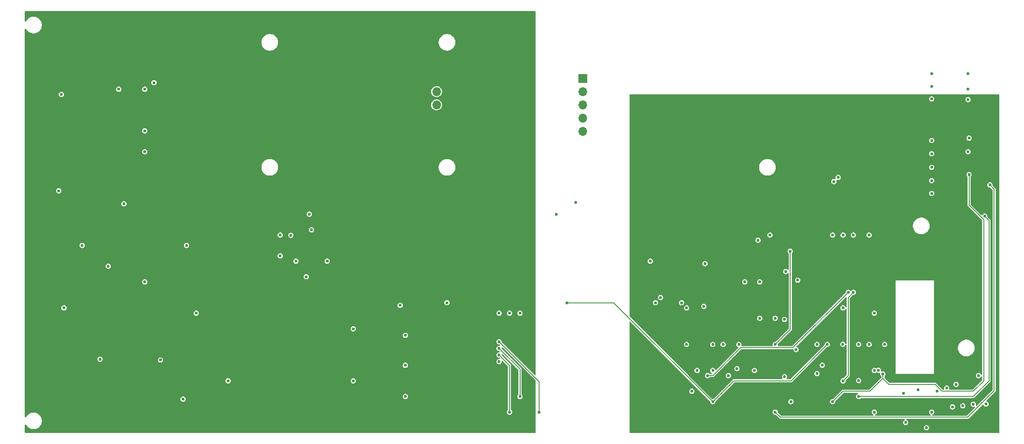
<source format=gbr>
%TF.GenerationSoftware,KiCad,Pcbnew,8.0.9-8.0.9-0~ubuntu22.04.1*%
%TF.CreationDate,2025-06-19T12:15:33-04:00*%
%TF.ProjectId,digital_waters,64696769-7461-46c5-9f77-61746572732e,rev?*%
%TF.SameCoordinates,Original*%
%TF.FileFunction,Copper,L4,Bot*%
%TF.FilePolarity,Positive*%
%FSLAX46Y46*%
G04 Gerber Fmt 4.6, Leading zero omitted, Abs format (unit mm)*
G04 Created by KiCad (PCBNEW 8.0.9-8.0.9-0~ubuntu22.04.1) date 2025-06-19 12:15:33*
%MOMM*%
%LPD*%
G01*
G04 APERTURE LIST*
%TA.AperFunction,ComponentPad*%
%ADD10R,1.700000X1.700000*%
%TD*%
%TA.AperFunction,ComponentPad*%
%ADD11O,1.700000X1.700000*%
%TD*%
%TA.AperFunction,ViaPad*%
%ADD12C,0.600000*%
%TD*%
%TA.AperFunction,Conductor*%
%ADD13C,0.200000*%
%TD*%
G04 APERTURE END LIST*
D10*
%TO.P,J18,1,Pin_1*%
%TO.N,+VSW*%
X160372325Y-56238816D03*
D11*
%TO.P,J18,2,Pin_2*%
X160372325Y-58778816D03*
%TO.P,J18,3,Pin_3*%
%TO.N,GNDD*%
X160372325Y-61318816D03*
%TO.P,J18,4,Pin_4*%
%TO.N,/I2C_SDA*%
X160372325Y-63858816D03*
%TO.P,J18,5,Pin_5*%
%TO.N,/I2C_SCL*%
X160372325Y-66398816D03*
%TD*%
D10*
%TO.P,J17,1,Pin_1*%
%TO.N,GNDA*%
X132347325Y-63858816D03*
D11*
%TO.P,J17,2,Pin_2*%
%TO.N,+VSW*%
X132347325Y-61318816D03*
%TO.P,J17,3,Pin_3*%
%TO.N,Net-(J17-Pin_3)*%
X132347325Y-58778816D03*
%TD*%
D12*
%TO.N,GNDA*%
X114347325Y-89318816D03*
X143347325Y-113318816D03*
X140347325Y-92318816D03*
X119347325Y-108318816D03*
X103347325Y-88318816D03*
X143347325Y-92318816D03*
X136347325Y-92318816D03*
X119347325Y-114318816D03*
X142347325Y-113318816D03*
X92347325Y-88318816D03*
X119347325Y-95318816D03*
%TO.N,/Power/+2.5V_REF*%
X69347325Y-92318816D03*
X72347325Y-80318816D03*
%TO.N,+3.3V*%
X193347325Y-107318816D03*
X219453118Y-87540477D03*
X234347325Y-64318816D03*
X172220000Y-107191491D03*
X178812949Y-91318816D03*
X219784825Y-78651316D03*
%TO.N,+5V*%
X227347325Y-68158816D03*
X173347325Y-91318816D03*
%TO.N,VDDA*%
X134347325Y-99318816D03*
X111347325Y-91318816D03*
%TO.N,/Power/+2.5V_REF_BUF_A*%
X59847325Y-77818816D03*
X102347325Y-86318816D03*
%TO.N,/Micocontroller/GPIO_22*%
X190347325Y-107318816D03*
X216347325Y-101318816D03*
X227347325Y-78318816D03*
X213350684Y-114263532D03*
%TO.N,/Micocontroller/GPIO_21*%
X208347325Y-118318816D03*
X234537325Y-74698816D03*
X218000000Y-113000000D03*
%TO.N,/Micocontroller/GPIO_5*%
X238537325Y-76698816D03*
X197347325Y-120318816D03*
%TO.N,/Micocontroller/GPIO_4*%
X180347325Y-100318816D03*
X180347325Y-107318816D03*
X188347325Y-113318816D03*
X227347325Y-70698816D03*
%TO.N,Net-(J2-In)*%
X67747325Y-110158498D03*
X64347325Y-88318816D03*
%TO.N,/EN{slash}~{SH_0}*%
X207347325Y-107318816D03*
X185347325Y-118318816D03*
X157347325Y-99318816D03*
%TO.N,Net-(R12-Pad2)*%
X84347325Y-88318816D03*
X126347325Y-111318816D03*
%TO.N,Net-(U5B--)*%
X126347325Y-117318816D03*
X76347325Y-95318816D03*
%TO.N,/Micocontroller/GPIO_14*%
X234347325Y-70318816D03*
X191512949Y-95318816D03*
X179347325Y-99318816D03*
%TO.N,Net-(R21-Pad2)*%
X92347325Y-114318816D03*
X79347325Y-110318816D03*
%TO.N,/Micocontroller/GPIO_15*%
X182347325Y-112318816D03*
X227347325Y-73318816D03*
X183646479Y-100019662D03*
X181347325Y-116318816D03*
%TO.N,/I2C_SCL*%
X209410101Y-75256040D03*
X159047325Y-80018816D03*
X175347325Y-98318816D03*
X194052949Y-87318816D03*
%TO.N,/I2C_SDA*%
X208602325Y-76063816D03*
X196347325Y-86318816D03*
X174347325Y-99318816D03*
X155347325Y-82318816D03*
%TO.N,/Micocontroller/GPIO_12*%
X194347325Y-95318816D03*
X227347325Y-75879128D03*
X210347325Y-100318816D03*
%TO.N,/Micocontroller/GPIO_1*%
X237537325Y-82698816D03*
X206347325Y-111318816D03*
X213347325Y-117318816D03*
%TO.N,/Micocontroller/GPIO_25*%
X197347325Y-107318816D03*
X200234321Y-89431820D03*
X234537325Y-67698816D03*
%TO.N,/SPI_MOSI*%
X194347325Y-102318816D03*
X216347325Y-120318816D03*
X146347325Y-120318816D03*
X144347325Y-109358816D03*
%TO.N,/SPI_SCLK*%
X152069402Y-120318816D03*
X199137024Y-113529117D03*
X144347325Y-106818816D03*
X199137024Y-102529117D03*
%TO.N,/SPI_MISO*%
X197347325Y-102318816D03*
X144337787Y-108086424D03*
X148347325Y-117318816D03*
X200347325Y-118318816D03*
%TO.N,/SPI_CS0*%
X144347325Y-110628816D03*
X201347325Y-108318816D03*
X183847325Y-91818816D03*
%TO.N,/Base_Sensor/VBATT_BUF*%
X199342338Y-93318816D03*
X116347325Y-104318816D03*
%TO.N,/Base_Sensor/TEMP_SENSE_BUF*%
X116347325Y-114318816D03*
X201672949Y-94993192D03*
%TO.N,Net-(U4A--)*%
X71347325Y-58318816D03*
X125347325Y-99818816D03*
%TO.N,Net-(R24-Pad1)*%
X78097325Y-57068816D03*
X126347325Y-105575465D03*
%TO.N,/Base_Sensor/+4.096_REF_BUF_A*%
X83722325Y-117818816D03*
X105347325Y-91318816D03*
%TO.N,/Power/+2.5V_REF_BUF_B*%
X102347325Y-90318816D03*
X60847325Y-100318816D03*
%TO.N,/Power/+4.096_REF_BUF_B*%
X60347325Y-59318816D03*
X104397325Y-86368816D03*
%TO.N,+VSW*%
X76347325Y-70318816D03*
X76347325Y-58318816D03*
X107947325Y-82318816D03*
X144347325Y-101318816D03*
X148347325Y-101318816D03*
X107347325Y-94318816D03*
X76347325Y-66318816D03*
X146347325Y-101318816D03*
X86222325Y-101318816D03*
X108347325Y-85318816D03*
%TO.N,/Micocontroller/GPIO_2_ESP*%
X211347325Y-97318816D03*
X234347325Y-55318816D03*
X184347325Y-113318816D03*
%TO.N,/Micocontroller/GPIO_3_ESP*%
X210347325Y-114318816D03*
X234347325Y-58318816D03*
X212347325Y-97318816D03*
%TO.N,/Micocontroller/GPIO_34_ESP*%
X227347325Y-57778816D03*
X210347325Y-86318816D03*
%TO.N,/Micocontroller/GPIO_35_ESP*%
X208347325Y-86318816D03*
X227347325Y-55318816D03*
%TO.N,/Micocontroller/GPIO_39_ESP*%
X212347325Y-86318816D03*
X234347325Y-60318816D03*
%TO.N,/Micocontroller/GPIO_36_ESP*%
X227347325Y-60182153D03*
X215347325Y-86318816D03*
%TO.N,/Micocontroller/GPIO_27_PI*%
X187347325Y-107318816D03*
X231347325Y-119318816D03*
%TO.N,/Micocontroller/GPIO_7_PI*%
X233347325Y-119114739D03*
X205347325Y-112918816D03*
%TO.N,/Micocontroller/GPIO_0_PI*%
X205347325Y-107318816D03*
X237788130Y-118759620D03*
%TO.N,/Micocontroller/GPIO_20_PI*%
X224755279Y-116000000D03*
X217171591Y-112294553D03*
%TO.N,/Micocontroller/GPIO_23_PI*%
X222347325Y-122318816D03*
X190000000Y-111971491D03*
%TO.N,/Micocontroller/GPIO_13_PI*%
X213347325Y-107318816D03*
X230238002Y-115718816D03*
%TO.N,/Micocontroller/GPIO_24_PI*%
X193347325Y-112318816D03*
X235347325Y-118816859D03*
%TO.N,/Micocontroller/GPIO_19_PI*%
X232057646Y-115000000D03*
X215347325Y-107318816D03*
%TO.N,/Micocontroller/GPIO_26_PI*%
X218347325Y-107318816D03*
X236347325Y-113318816D03*
%TO.N,/Micocontroller/GPIO_16_PI*%
X216347325Y-112318816D03*
X222000000Y-116718816D03*
%TO.N,/Micocontroller/GPIO_18_PI*%
X185347325Y-112318816D03*
X226347325Y-123318816D03*
%TO.N,/Micocontroller/GPIO_17_PI*%
X185347325Y-107318816D03*
X227347325Y-120318816D03*
%TO.N,/Micocontroller/GPIO_6_PI*%
X210320000Y-107291491D03*
X228439778Y-116259798D03*
%TD*%
D13*
%TO.N,/Micocontroller/GPIO_21*%
X234537325Y-80547345D02*
X234537325Y-74698816D01*
X210347325Y-116318816D02*
X208347325Y-118318816D01*
X237288796Y-83298816D02*
X234537325Y-80547345D01*
X218000000Y-113000000D02*
X218000000Y-113833070D01*
X215514254Y-116318816D02*
X210347325Y-116318816D01*
X219166930Y-115000000D02*
X228028509Y-115000000D01*
X235347325Y-116318816D02*
X237347325Y-114318816D01*
X218000000Y-113833070D02*
X219166930Y-115000000D01*
X229347325Y-116318816D02*
X235347325Y-116318816D01*
X228028509Y-115000000D02*
X229347325Y-116318816D01*
X237347325Y-83298816D02*
X237288796Y-83298816D01*
X218000000Y-113833070D02*
X215514254Y-116318816D01*
X237347325Y-114318816D02*
X237347325Y-83298816D01*
%TO.N,/Micocontroller/GPIO_5*%
X198347325Y-121318816D02*
X234247325Y-121318816D01*
X197347325Y-120318816D02*
X198347325Y-121318816D01*
X239347325Y-116218816D02*
X239347325Y-77508816D01*
X234247325Y-121318816D02*
X239347325Y-116218816D01*
X239347325Y-77508816D02*
X238537325Y-76698816D01*
%TO.N,/EN{slash}~{SH_0}*%
X166347325Y-99318816D02*
X185347325Y-118318816D01*
X207347325Y-107318816D02*
X200347325Y-114318816D01*
X200347325Y-114318816D02*
X189347325Y-114318816D01*
X157347325Y-99318816D02*
X166347325Y-99318816D01*
X189347325Y-114318816D02*
X185347325Y-118318816D01*
%TO.N,/Micocontroller/GPIO_1*%
X238347325Y-83508816D02*
X237537325Y-82698816D01*
X213347325Y-117318816D02*
X235347325Y-117318816D01*
X238347325Y-114318816D02*
X238347325Y-83508816D01*
X235347325Y-117318816D02*
X238347325Y-114318816D01*
%TO.N,/Micocontroller/GPIO_25*%
X200234321Y-104431820D02*
X200234321Y-89431820D01*
X197347325Y-107318816D02*
X200234321Y-104431820D01*
%TO.N,/SPI_MOSI*%
X146347325Y-111358816D02*
X144347325Y-109358816D01*
X146347325Y-120318816D02*
X146347325Y-111358816D01*
%TO.N,/SPI_SCLK*%
X152069402Y-120318816D02*
X152069402Y-114540893D01*
X152069402Y-114540893D02*
X144347325Y-106818816D01*
%TO.N,/SPI_MISO*%
X144337787Y-108086424D02*
X148347325Y-112095962D01*
X148347325Y-112095962D02*
X148347325Y-117318816D01*
%TO.N,/Micocontroller/GPIO_2_ESP*%
X200747325Y-107918816D02*
X211347325Y-97318816D01*
X185347325Y-113318816D02*
X190747325Y-107918816D01*
X190747325Y-107918816D02*
X200747325Y-107918816D01*
X184347325Y-113318816D02*
X185347325Y-113318816D01*
%TO.N,/Micocontroller/GPIO_3_ESP*%
X211347325Y-113318816D02*
X211347325Y-98318816D01*
X211347325Y-98318816D02*
X212347325Y-97318816D01*
X210347325Y-114318816D02*
X211347325Y-113318816D01*
%TD*%
%TA.AperFunction,Conductor*%
%TO.N,GNDA*%
G36*
X151290364Y-43339001D02*
G01*
X151336119Y-43391805D01*
X151347325Y-43443316D01*
X151347325Y-113094483D01*
X151327640Y-113161522D01*
X151274836Y-113207277D01*
X151205678Y-113217221D01*
X151142122Y-113188196D01*
X151135644Y-113182164D01*
X144886720Y-106933240D01*
X144853235Y-106871917D01*
X144851664Y-106827910D01*
X144852972Y-106818816D01*
X144832490Y-106676359D01*
X144772702Y-106545443D01*
X144678453Y-106436673D01*
X144557378Y-106358863D01*
X144557376Y-106358862D01*
X144557374Y-106358861D01*
X144557375Y-106358861D01*
X144419288Y-106318316D01*
X144419286Y-106318316D01*
X144275364Y-106318316D01*
X144275361Y-106318316D01*
X144137274Y-106358861D01*
X144016198Y-106436672D01*
X143921948Y-106545442D01*
X143921947Y-106545444D01*
X143862159Y-106676359D01*
X143841678Y-106818816D01*
X143862159Y-106961272D01*
X143921947Y-107092187D01*
X143921948Y-107092189D01*
X144016197Y-107200959D01*
X144137272Y-107278769D01*
X144137275Y-107278770D01*
X144137274Y-107278770D01*
X144244432Y-107310233D01*
X144272605Y-107318506D01*
X144275361Y-107319315D01*
X144275363Y-107319316D01*
X144371492Y-107319316D01*
X144438531Y-107339001D01*
X144459173Y-107355635D01*
X144477781Y-107374243D01*
X144511266Y-107435566D01*
X144506282Y-107505258D01*
X144464410Y-107561191D01*
X144398946Y-107585608D01*
X144390100Y-107585924D01*
X144265823Y-107585924D01*
X144127736Y-107626469D01*
X144006660Y-107704280D01*
X143912410Y-107813050D01*
X143912409Y-107813052D01*
X143852621Y-107943967D01*
X143832140Y-108086424D01*
X143852621Y-108228880D01*
X143912409Y-108359795D01*
X143912410Y-108359797D01*
X144006659Y-108468567D01*
X144127734Y-108546377D01*
X144127737Y-108546378D01*
X144127736Y-108546378D01*
X144234894Y-108577841D01*
X144263067Y-108586114D01*
X144265823Y-108586923D01*
X144265825Y-108586924D01*
X144361954Y-108586924D01*
X144428993Y-108606609D01*
X144449635Y-108623243D01*
X144473027Y-108646635D01*
X144506512Y-108707958D01*
X144501528Y-108777650D01*
X144459656Y-108833583D01*
X144394192Y-108858000D01*
X144385346Y-108858316D01*
X144275361Y-108858316D01*
X144137274Y-108898861D01*
X144016198Y-108976672D01*
X143921948Y-109085442D01*
X143921947Y-109085444D01*
X143862159Y-109216359D01*
X143841678Y-109358816D01*
X143862159Y-109501272D01*
X143921947Y-109632187D01*
X143921948Y-109632189D01*
X144016197Y-109740959D01*
X144137272Y-109818769D01*
X144137275Y-109818770D01*
X144137274Y-109818770D01*
X144244432Y-109850233D01*
X144273821Y-109858863D01*
X144275361Y-109859315D01*
X144275363Y-109859316D01*
X144371492Y-109859316D01*
X144438531Y-109879001D01*
X144459173Y-109895635D01*
X144480173Y-109916635D01*
X144513658Y-109977958D01*
X144508674Y-110047650D01*
X144466802Y-110103583D01*
X144401338Y-110128000D01*
X144392492Y-110128316D01*
X144275361Y-110128316D01*
X144137274Y-110168861D01*
X144016198Y-110246672D01*
X143921948Y-110355442D01*
X143921947Y-110355444D01*
X143862159Y-110486359D01*
X143841678Y-110628816D01*
X143862159Y-110771272D01*
X143902161Y-110858863D01*
X143921948Y-110902189D01*
X144016197Y-111010959D01*
X144137272Y-111088769D01*
X144137275Y-111088770D01*
X144137274Y-111088770D01*
X144275361Y-111129315D01*
X144275363Y-111129316D01*
X144275364Y-111129316D01*
X144419287Y-111129316D01*
X144419287Y-111129315D01*
X144557378Y-111088769D01*
X144678453Y-111010959D01*
X144772702Y-110902189D01*
X144832490Y-110771273D01*
X144852972Y-110628816D01*
X144849003Y-110601211D01*
X144858947Y-110532054D01*
X144904701Y-110479250D01*
X144971741Y-110459565D01*
X145038780Y-110479249D01*
X145059422Y-110495884D01*
X146010506Y-111446968D01*
X146043991Y-111508291D01*
X146046825Y-111534649D01*
X146046825Y-119855076D01*
X146027140Y-119922115D01*
X146016538Y-119936278D01*
X145921950Y-120045438D01*
X145921947Y-120045444D01*
X145862159Y-120176359D01*
X145841678Y-120318816D01*
X145862159Y-120461272D01*
X145887500Y-120516759D01*
X145921948Y-120592189D01*
X146016197Y-120700959D01*
X146137272Y-120778769D01*
X146137275Y-120778770D01*
X146137274Y-120778770D01*
X146275361Y-120819315D01*
X146275363Y-120819316D01*
X146275364Y-120819316D01*
X146419287Y-120819316D01*
X146419287Y-120819315D01*
X146526446Y-120787851D01*
X146557375Y-120778770D01*
X146557375Y-120778769D01*
X146557378Y-120778769D01*
X146678453Y-120700959D01*
X146772702Y-120592189D01*
X146832490Y-120461273D01*
X146852972Y-120318816D01*
X146832490Y-120176359D01*
X146772702Y-120045443D01*
X146772700Y-120045441D01*
X146772699Y-120045438D01*
X146678112Y-119936278D01*
X146649087Y-119872722D01*
X146647825Y-119855076D01*
X146647825Y-111319255D01*
X146647825Y-111319254D01*
X146627346Y-111242827D01*
X146588971Y-111176359D01*
X146587789Y-111174311D01*
X146587783Y-111174303D01*
X144886720Y-109473240D01*
X144853235Y-109411917D01*
X144851664Y-109367910D01*
X144852972Y-109358816D01*
X144850203Y-109339558D01*
X144860144Y-109270401D01*
X144905898Y-109217596D01*
X144972937Y-109197910D01*
X145039977Y-109217593D01*
X145060621Y-109234229D01*
X148010506Y-112184114D01*
X148043991Y-112245437D01*
X148046825Y-112271795D01*
X148046825Y-116855076D01*
X148027140Y-116922115D01*
X148016538Y-116936278D01*
X147921950Y-117045438D01*
X147921947Y-117045444D01*
X147862159Y-117176359D01*
X147841678Y-117318816D01*
X147862159Y-117461272D01*
X147900600Y-117545444D01*
X147921948Y-117592189D01*
X148016197Y-117700959D01*
X148137272Y-117778769D01*
X148137275Y-117778770D01*
X148137274Y-117778770D01*
X148244432Y-117810233D01*
X148273661Y-117818816D01*
X148275361Y-117819315D01*
X148275363Y-117819316D01*
X148275364Y-117819316D01*
X148419287Y-117819316D01*
X148419287Y-117819315D01*
X148557378Y-117778769D01*
X148678453Y-117700959D01*
X148772702Y-117592189D01*
X148832490Y-117461273D01*
X148852972Y-117318816D01*
X148832490Y-117176359D01*
X148772702Y-117045443D01*
X148772700Y-117045441D01*
X148772699Y-117045438D01*
X148678112Y-116936278D01*
X148649087Y-116872722D01*
X148647825Y-116855076D01*
X148647825Y-112056401D01*
X148627345Y-111979971D01*
X148627342Y-111979966D01*
X148587789Y-111911457D01*
X148587783Y-111911449D01*
X144877182Y-108200848D01*
X144843697Y-108139525D01*
X144842126Y-108095518D01*
X144843434Y-108086424D01*
X144838265Y-108050473D01*
X144848209Y-107981315D01*
X144893964Y-107928511D01*
X144961003Y-107908827D01*
X145028043Y-107928512D01*
X145048684Y-107945146D01*
X151311006Y-114207468D01*
X151344491Y-114268791D01*
X151347325Y-114295149D01*
X151347325Y-124194316D01*
X151327640Y-124261355D01*
X151274836Y-124307110D01*
X151223325Y-124318316D01*
X53471325Y-124318316D01*
X53404286Y-124298631D01*
X53358531Y-124245827D01*
X53347325Y-124194316D01*
X53347325Y-122798343D01*
X53367010Y-122731304D01*
X53419814Y-122685549D01*
X53488972Y-122675605D01*
X53552528Y-122704630D01*
X53581810Y-122742049D01*
X53631130Y-122838846D01*
X53779201Y-123042649D01*
X53779205Y-123042654D01*
X53957345Y-123220794D01*
X53957350Y-123220798D01*
X54135117Y-123349952D01*
X54161155Y-123368870D01*
X54304184Y-123441747D01*
X54385616Y-123483239D01*
X54385618Y-123483239D01*
X54385621Y-123483241D01*
X54625215Y-123561090D01*
X54874038Y-123600500D01*
X54874039Y-123600500D01*
X55125961Y-123600500D01*
X55125962Y-123600500D01*
X55374785Y-123561090D01*
X55614379Y-123483241D01*
X55838845Y-123368870D01*
X56042656Y-123220793D01*
X56220793Y-123042656D01*
X56368870Y-122838845D01*
X56483241Y-122614379D01*
X56561090Y-122374785D01*
X56600500Y-122125962D01*
X56600500Y-121874038D01*
X56561090Y-121625215D01*
X56483241Y-121385621D01*
X56483239Y-121385618D01*
X56483239Y-121385616D01*
X56389506Y-121201656D01*
X56368870Y-121161155D01*
X56349952Y-121135117D01*
X56220798Y-120957350D01*
X56220794Y-120957345D01*
X56042654Y-120779205D01*
X56042649Y-120779201D01*
X55838848Y-120631132D01*
X55838847Y-120631131D01*
X55838845Y-120631130D01*
X55762415Y-120592187D01*
X55614383Y-120516760D01*
X55374785Y-120438910D01*
X55125962Y-120399500D01*
X54874038Y-120399500D01*
X54749626Y-120419205D01*
X54625214Y-120438910D01*
X54385616Y-120516760D01*
X54161151Y-120631132D01*
X53957350Y-120779201D01*
X53957345Y-120779205D01*
X53779205Y-120957345D01*
X53779201Y-120957350D01*
X53631132Y-121161151D01*
X53581810Y-121257951D01*
X53533835Y-121308747D01*
X53466014Y-121325542D01*
X53399879Y-121303005D01*
X53356428Y-121248289D01*
X53347325Y-121201656D01*
X53347325Y-117818816D01*
X83216678Y-117818816D01*
X83237159Y-117961272D01*
X83296947Y-118092187D01*
X83296948Y-118092189D01*
X83391197Y-118200959D01*
X83512272Y-118278769D01*
X83512275Y-118278770D01*
X83512274Y-118278770D01*
X83650361Y-118319315D01*
X83650363Y-118319316D01*
X83650364Y-118319316D01*
X83794287Y-118319316D01*
X83794287Y-118319315D01*
X83932378Y-118278769D01*
X84053453Y-118200959D01*
X84147702Y-118092189D01*
X84207490Y-117961273D01*
X84227972Y-117818816D01*
X84207490Y-117676359D01*
X84147702Y-117545443D01*
X84053453Y-117436673D01*
X83932378Y-117358863D01*
X83932376Y-117358862D01*
X83932374Y-117358861D01*
X83932375Y-117358861D01*
X83795991Y-117318816D01*
X125841678Y-117318816D01*
X125862159Y-117461272D01*
X125900600Y-117545444D01*
X125921948Y-117592189D01*
X126016197Y-117700959D01*
X126137272Y-117778769D01*
X126137275Y-117778770D01*
X126137274Y-117778770D01*
X126244432Y-117810233D01*
X126273661Y-117818816D01*
X126275361Y-117819315D01*
X126275363Y-117819316D01*
X126275364Y-117819316D01*
X126419287Y-117819316D01*
X126419287Y-117819315D01*
X126557378Y-117778769D01*
X126678453Y-117700959D01*
X126772702Y-117592189D01*
X126832490Y-117461273D01*
X126852972Y-117318816D01*
X126832490Y-117176359D01*
X126772702Y-117045443D01*
X126678453Y-116936673D01*
X126557378Y-116858863D01*
X126557376Y-116858862D01*
X126557374Y-116858861D01*
X126557375Y-116858861D01*
X126419288Y-116818316D01*
X126419286Y-116818316D01*
X126275364Y-116818316D01*
X126275361Y-116818316D01*
X126137274Y-116858861D01*
X126016198Y-116936672D01*
X125921948Y-117045442D01*
X125921947Y-117045444D01*
X125862159Y-117176359D01*
X125841678Y-117318816D01*
X83795991Y-117318816D01*
X83794288Y-117318316D01*
X83794286Y-117318316D01*
X83650364Y-117318316D01*
X83650361Y-117318316D01*
X83512274Y-117358861D01*
X83391198Y-117436672D01*
X83296948Y-117545442D01*
X83296947Y-117545444D01*
X83237159Y-117676359D01*
X83216678Y-117818816D01*
X53347325Y-117818816D01*
X53347325Y-114318816D01*
X91841678Y-114318816D01*
X91862159Y-114461272D01*
X91880454Y-114501331D01*
X91921948Y-114592189D01*
X92016197Y-114700959D01*
X92137272Y-114778769D01*
X92137275Y-114778770D01*
X92137274Y-114778770D01*
X92275361Y-114819315D01*
X92275363Y-114819316D01*
X92275364Y-114819316D01*
X92419287Y-114819316D01*
X92419287Y-114819315D01*
X92557378Y-114778769D01*
X92678453Y-114700959D01*
X92772702Y-114592189D01*
X92832490Y-114461273D01*
X92852972Y-114318816D01*
X115841678Y-114318816D01*
X115862159Y-114461272D01*
X115880454Y-114501331D01*
X115921948Y-114592189D01*
X116016197Y-114700959D01*
X116137272Y-114778769D01*
X116137275Y-114778770D01*
X116137274Y-114778770D01*
X116275361Y-114819315D01*
X116275363Y-114819316D01*
X116275364Y-114819316D01*
X116419287Y-114819316D01*
X116419287Y-114819315D01*
X116557378Y-114778769D01*
X116678453Y-114700959D01*
X116772702Y-114592189D01*
X116832490Y-114461273D01*
X116852972Y-114318816D01*
X116832490Y-114176359D01*
X116772702Y-114045443D01*
X116678453Y-113936673D01*
X116557378Y-113858863D01*
X116557376Y-113858862D01*
X116557374Y-113858861D01*
X116557375Y-113858861D01*
X116419288Y-113818316D01*
X116419286Y-113818316D01*
X116275364Y-113818316D01*
X116275361Y-113818316D01*
X116137274Y-113858861D01*
X116016198Y-113936672D01*
X115921948Y-114045442D01*
X115921947Y-114045444D01*
X115862159Y-114176359D01*
X115841678Y-114318816D01*
X92852972Y-114318816D01*
X92832490Y-114176359D01*
X92772702Y-114045443D01*
X92678453Y-113936673D01*
X92557378Y-113858863D01*
X92557376Y-113858862D01*
X92557374Y-113858861D01*
X92557375Y-113858861D01*
X92419288Y-113818316D01*
X92419286Y-113818316D01*
X92275364Y-113818316D01*
X92275361Y-113818316D01*
X92137274Y-113858861D01*
X92016198Y-113936672D01*
X91921948Y-114045442D01*
X91921947Y-114045444D01*
X91862159Y-114176359D01*
X91841678Y-114318816D01*
X53347325Y-114318816D01*
X53347325Y-111318816D01*
X125841678Y-111318816D01*
X125862159Y-111461272D01*
X125895670Y-111534649D01*
X125921948Y-111592189D01*
X126016197Y-111700959D01*
X126137272Y-111778769D01*
X126137275Y-111778770D01*
X126137274Y-111778770D01*
X126275361Y-111819315D01*
X126275363Y-111819316D01*
X126275364Y-111819316D01*
X126419287Y-111819316D01*
X126419287Y-111819315D01*
X126557378Y-111778769D01*
X126678453Y-111700959D01*
X126772702Y-111592189D01*
X126832490Y-111461273D01*
X126852972Y-111318816D01*
X126832490Y-111176359D01*
X126772702Y-111045443D01*
X126678453Y-110936673D01*
X126557378Y-110858863D01*
X126557376Y-110858862D01*
X126557374Y-110858861D01*
X126557375Y-110858861D01*
X126419288Y-110818316D01*
X126419286Y-110818316D01*
X126275364Y-110818316D01*
X126275361Y-110818316D01*
X126137274Y-110858861D01*
X126016198Y-110936672D01*
X125921948Y-111045442D01*
X125921947Y-111045444D01*
X125862159Y-111176359D01*
X125841678Y-111318816D01*
X53347325Y-111318816D01*
X53347325Y-110158498D01*
X67241678Y-110158498D01*
X67262159Y-110300954D01*
X67321947Y-110431869D01*
X67321948Y-110431871D01*
X67416197Y-110540641D01*
X67537272Y-110618451D01*
X67537275Y-110618452D01*
X67537274Y-110618452D01*
X67675361Y-110658997D01*
X67675363Y-110658998D01*
X67675364Y-110658998D01*
X67819287Y-110658998D01*
X67819287Y-110658997D01*
X67957378Y-110618451D01*
X68078453Y-110540641D01*
X68172702Y-110431871D01*
X68224333Y-110318816D01*
X78841678Y-110318816D01*
X78862159Y-110461272D01*
X78921947Y-110592187D01*
X78921948Y-110592189D01*
X79016197Y-110700959D01*
X79137272Y-110778769D01*
X79137275Y-110778770D01*
X79137274Y-110778770D01*
X79244432Y-110810233D01*
X79271958Y-110818316D01*
X79275361Y-110819315D01*
X79275363Y-110819316D01*
X79275364Y-110819316D01*
X79419287Y-110819316D01*
X79419287Y-110819315D01*
X79557378Y-110778769D01*
X79678453Y-110700959D01*
X79772702Y-110592189D01*
X79832490Y-110461273D01*
X79852972Y-110318816D01*
X79832490Y-110176359D01*
X79772702Y-110045443D01*
X79678453Y-109936673D01*
X79557378Y-109858863D01*
X79557376Y-109858862D01*
X79557374Y-109858861D01*
X79557375Y-109858861D01*
X79419288Y-109818316D01*
X79419286Y-109818316D01*
X79275364Y-109818316D01*
X79275361Y-109818316D01*
X79137274Y-109858861D01*
X79016198Y-109936672D01*
X78921948Y-110045442D01*
X78921947Y-110045444D01*
X78862159Y-110176359D01*
X78841678Y-110318816D01*
X68224333Y-110318816D01*
X68232490Y-110300955D01*
X68252972Y-110158498D01*
X68232490Y-110016041D01*
X68172702Y-109885125D01*
X68078453Y-109776355D01*
X67957378Y-109698545D01*
X67957376Y-109698544D01*
X67957374Y-109698543D01*
X67957375Y-109698543D01*
X67819288Y-109657998D01*
X67819286Y-109657998D01*
X67675364Y-109657998D01*
X67675361Y-109657998D01*
X67537274Y-109698543D01*
X67416198Y-109776354D01*
X67321948Y-109885124D01*
X67321947Y-109885126D01*
X67262159Y-110016041D01*
X67241678Y-110158498D01*
X53347325Y-110158498D01*
X53347325Y-105575465D01*
X125841678Y-105575465D01*
X125862159Y-105717921D01*
X125921947Y-105848836D01*
X125921948Y-105848838D01*
X126016197Y-105957608D01*
X126137272Y-106035418D01*
X126137275Y-106035419D01*
X126137274Y-106035419D01*
X126275361Y-106075964D01*
X126275363Y-106075965D01*
X126275364Y-106075965D01*
X126419287Y-106075965D01*
X126419287Y-106075964D01*
X126557378Y-106035418D01*
X126678453Y-105957608D01*
X126772702Y-105848838D01*
X126832490Y-105717922D01*
X126852972Y-105575465D01*
X126832490Y-105433008D01*
X126772702Y-105302092D01*
X126678453Y-105193322D01*
X126557378Y-105115512D01*
X126557376Y-105115511D01*
X126557374Y-105115510D01*
X126557375Y-105115510D01*
X126419288Y-105074965D01*
X126419286Y-105074965D01*
X126275364Y-105074965D01*
X126275361Y-105074965D01*
X126137274Y-105115510D01*
X126016198Y-105193321D01*
X125921948Y-105302091D01*
X125921947Y-105302093D01*
X125862159Y-105433008D01*
X125841678Y-105575465D01*
X53347325Y-105575465D01*
X53347325Y-104318816D01*
X115841678Y-104318816D01*
X115862159Y-104461272D01*
X115921947Y-104592187D01*
X115921948Y-104592189D01*
X116016197Y-104700959D01*
X116137272Y-104778769D01*
X116137275Y-104778770D01*
X116137274Y-104778770D01*
X116275361Y-104819315D01*
X116275363Y-104819316D01*
X116275364Y-104819316D01*
X116419287Y-104819316D01*
X116419287Y-104819315D01*
X116557378Y-104778769D01*
X116678453Y-104700959D01*
X116772702Y-104592189D01*
X116832490Y-104461273D01*
X116852972Y-104318816D01*
X116832490Y-104176359D01*
X116772702Y-104045443D01*
X116678453Y-103936673D01*
X116557378Y-103858863D01*
X116557376Y-103858862D01*
X116557374Y-103858861D01*
X116557375Y-103858861D01*
X116419288Y-103818316D01*
X116419286Y-103818316D01*
X116275364Y-103818316D01*
X116275361Y-103818316D01*
X116137274Y-103858861D01*
X116016198Y-103936672D01*
X115921948Y-104045442D01*
X115921947Y-104045444D01*
X115862159Y-104176359D01*
X115841678Y-104318816D01*
X53347325Y-104318816D01*
X53347325Y-101318816D01*
X85716678Y-101318816D01*
X85737159Y-101461272D01*
X85796947Y-101592187D01*
X85796948Y-101592189D01*
X85891197Y-101700959D01*
X86012272Y-101778769D01*
X86012275Y-101778770D01*
X86012274Y-101778770D01*
X86150361Y-101819315D01*
X86150363Y-101819316D01*
X86150364Y-101819316D01*
X86294287Y-101819316D01*
X86294287Y-101819315D01*
X86432378Y-101778769D01*
X86553453Y-101700959D01*
X86647702Y-101592189D01*
X86707490Y-101461273D01*
X86727972Y-101318816D01*
X143841678Y-101318816D01*
X143862159Y-101461272D01*
X143921947Y-101592187D01*
X143921948Y-101592189D01*
X144016197Y-101700959D01*
X144137272Y-101778769D01*
X144137275Y-101778770D01*
X144137274Y-101778770D01*
X144275361Y-101819315D01*
X144275363Y-101819316D01*
X144275364Y-101819316D01*
X144419287Y-101819316D01*
X144419287Y-101819315D01*
X144557378Y-101778769D01*
X144678453Y-101700959D01*
X144772702Y-101592189D01*
X144832490Y-101461273D01*
X144852972Y-101318816D01*
X145841678Y-101318816D01*
X145862159Y-101461272D01*
X145921947Y-101592187D01*
X145921948Y-101592189D01*
X146016197Y-101700959D01*
X146137272Y-101778769D01*
X146137275Y-101778770D01*
X146137274Y-101778770D01*
X146275361Y-101819315D01*
X146275363Y-101819316D01*
X146275364Y-101819316D01*
X146419287Y-101819316D01*
X146419287Y-101819315D01*
X146557378Y-101778769D01*
X146678453Y-101700959D01*
X146772702Y-101592189D01*
X146832490Y-101461273D01*
X146852972Y-101318816D01*
X147841678Y-101318816D01*
X147862159Y-101461272D01*
X147921947Y-101592187D01*
X147921948Y-101592189D01*
X148016197Y-101700959D01*
X148137272Y-101778769D01*
X148137275Y-101778770D01*
X148137274Y-101778770D01*
X148275361Y-101819315D01*
X148275363Y-101819316D01*
X148275364Y-101819316D01*
X148419287Y-101819316D01*
X148419287Y-101819315D01*
X148557378Y-101778769D01*
X148678453Y-101700959D01*
X148772702Y-101592189D01*
X148832490Y-101461273D01*
X148852972Y-101318816D01*
X148832490Y-101176359D01*
X148772702Y-101045443D01*
X148678453Y-100936673D01*
X148557378Y-100858863D01*
X148557376Y-100858862D01*
X148557374Y-100858861D01*
X148557375Y-100858861D01*
X148419288Y-100818316D01*
X148419286Y-100818316D01*
X148275364Y-100818316D01*
X148275361Y-100818316D01*
X148137274Y-100858861D01*
X148016198Y-100936672D01*
X147921948Y-101045442D01*
X147921947Y-101045444D01*
X147862159Y-101176359D01*
X147841678Y-101318816D01*
X146852972Y-101318816D01*
X146832490Y-101176359D01*
X146772702Y-101045443D01*
X146678453Y-100936673D01*
X146557378Y-100858863D01*
X146557376Y-100858862D01*
X146557374Y-100858861D01*
X146557375Y-100858861D01*
X146419288Y-100818316D01*
X146419286Y-100818316D01*
X146275364Y-100818316D01*
X146275361Y-100818316D01*
X146137274Y-100858861D01*
X146016198Y-100936672D01*
X145921948Y-101045442D01*
X145921947Y-101045444D01*
X145862159Y-101176359D01*
X145841678Y-101318816D01*
X144852972Y-101318816D01*
X144832490Y-101176359D01*
X144772702Y-101045443D01*
X144678453Y-100936673D01*
X144557378Y-100858863D01*
X144557376Y-100858862D01*
X144557374Y-100858861D01*
X144557375Y-100858861D01*
X144419288Y-100818316D01*
X144419286Y-100818316D01*
X144275364Y-100818316D01*
X144275361Y-100818316D01*
X144137274Y-100858861D01*
X144016198Y-100936672D01*
X143921948Y-101045442D01*
X143921947Y-101045444D01*
X143862159Y-101176359D01*
X143841678Y-101318816D01*
X86727972Y-101318816D01*
X86707490Y-101176359D01*
X86647702Y-101045443D01*
X86553453Y-100936673D01*
X86432378Y-100858863D01*
X86432376Y-100858862D01*
X86432374Y-100858861D01*
X86432375Y-100858861D01*
X86294288Y-100818316D01*
X86294286Y-100818316D01*
X86150364Y-100818316D01*
X86150361Y-100818316D01*
X86012274Y-100858861D01*
X85891198Y-100936672D01*
X85796948Y-101045442D01*
X85796947Y-101045444D01*
X85737159Y-101176359D01*
X85716678Y-101318816D01*
X53347325Y-101318816D01*
X53347325Y-100318816D01*
X60341678Y-100318816D01*
X60362159Y-100461272D01*
X60421947Y-100592187D01*
X60421948Y-100592189D01*
X60516197Y-100700959D01*
X60637272Y-100778769D01*
X60637275Y-100778770D01*
X60637274Y-100778770D01*
X60744432Y-100810233D01*
X60771958Y-100818316D01*
X60775361Y-100819315D01*
X60775363Y-100819316D01*
X60775364Y-100819316D01*
X60919287Y-100819316D01*
X60919287Y-100819315D01*
X61057378Y-100778769D01*
X61178453Y-100700959D01*
X61272702Y-100592189D01*
X61332490Y-100461273D01*
X61352972Y-100318816D01*
X61332490Y-100176359D01*
X61272702Y-100045443D01*
X61178453Y-99936673D01*
X61057378Y-99858863D01*
X61057376Y-99858862D01*
X61057374Y-99858861D01*
X61057375Y-99858861D01*
X60920991Y-99818816D01*
X124841678Y-99818816D01*
X124862159Y-99961272D01*
X124900600Y-100045444D01*
X124921948Y-100092189D01*
X125016197Y-100200959D01*
X125137272Y-100278769D01*
X125137275Y-100278770D01*
X125137274Y-100278770D01*
X125244432Y-100310233D01*
X125273661Y-100318816D01*
X125275361Y-100319315D01*
X125275363Y-100319316D01*
X125275364Y-100319316D01*
X125419287Y-100319316D01*
X125419287Y-100319315D01*
X125557378Y-100278769D01*
X125678453Y-100200959D01*
X125772702Y-100092189D01*
X125832490Y-99961273D01*
X125852972Y-99818816D01*
X125832490Y-99676359D01*
X125772702Y-99545443D01*
X125678453Y-99436673D01*
X125557378Y-99358863D01*
X125557376Y-99358862D01*
X125557374Y-99358861D01*
X125557375Y-99358861D01*
X125420991Y-99318816D01*
X133841678Y-99318816D01*
X133862159Y-99461272D01*
X133900600Y-99545444D01*
X133921948Y-99592189D01*
X134016197Y-99700959D01*
X134137272Y-99778769D01*
X134137275Y-99778770D01*
X134137274Y-99778770D01*
X134244432Y-99810233D01*
X134273661Y-99818816D01*
X134275361Y-99819315D01*
X134275363Y-99819316D01*
X134275364Y-99819316D01*
X134419287Y-99819316D01*
X134419287Y-99819315D01*
X134557378Y-99778769D01*
X134678453Y-99700959D01*
X134772702Y-99592189D01*
X134832490Y-99461273D01*
X134852972Y-99318816D01*
X134832490Y-99176359D01*
X134772702Y-99045443D01*
X134678453Y-98936673D01*
X134557378Y-98858863D01*
X134557376Y-98858862D01*
X134557374Y-98858861D01*
X134557375Y-98858861D01*
X134419288Y-98818316D01*
X134419286Y-98818316D01*
X134275364Y-98818316D01*
X134275361Y-98818316D01*
X134137274Y-98858861D01*
X134016198Y-98936672D01*
X133921948Y-99045442D01*
X133921947Y-99045444D01*
X133862159Y-99176359D01*
X133841678Y-99318816D01*
X125420991Y-99318816D01*
X125419288Y-99318316D01*
X125419286Y-99318316D01*
X125275364Y-99318316D01*
X125275361Y-99318316D01*
X125137274Y-99358861D01*
X125016198Y-99436672D01*
X124921948Y-99545442D01*
X124921947Y-99545444D01*
X124862159Y-99676359D01*
X124841678Y-99818816D01*
X60920991Y-99818816D01*
X60919288Y-99818316D01*
X60919286Y-99818316D01*
X60775364Y-99818316D01*
X60775361Y-99818316D01*
X60637274Y-99858861D01*
X60516198Y-99936672D01*
X60421948Y-100045442D01*
X60421947Y-100045444D01*
X60362159Y-100176359D01*
X60341678Y-100318816D01*
X53347325Y-100318816D01*
X53347325Y-95318816D01*
X75841678Y-95318816D01*
X75862159Y-95461272D01*
X75921947Y-95592187D01*
X75921948Y-95592189D01*
X76016197Y-95700959D01*
X76137272Y-95778769D01*
X76137275Y-95778770D01*
X76137274Y-95778770D01*
X76275361Y-95819315D01*
X76275363Y-95819316D01*
X76275364Y-95819316D01*
X76419287Y-95819316D01*
X76419287Y-95819315D01*
X76557378Y-95778769D01*
X76678453Y-95700959D01*
X76772702Y-95592189D01*
X76832490Y-95461273D01*
X76852972Y-95318816D01*
X76832490Y-95176359D01*
X76772702Y-95045443D01*
X76678453Y-94936673D01*
X76557378Y-94858863D01*
X76557376Y-94858862D01*
X76557374Y-94858861D01*
X76557375Y-94858861D01*
X76419288Y-94818316D01*
X76419286Y-94818316D01*
X76275364Y-94818316D01*
X76275361Y-94818316D01*
X76137274Y-94858861D01*
X76016198Y-94936672D01*
X75921948Y-95045442D01*
X75921947Y-95045444D01*
X75862159Y-95176359D01*
X75841678Y-95318816D01*
X53347325Y-95318816D01*
X53347325Y-94318816D01*
X106841678Y-94318816D01*
X106862159Y-94461272D01*
X106921947Y-94592187D01*
X106921948Y-94592189D01*
X107016197Y-94700959D01*
X107137272Y-94778769D01*
X107137275Y-94778770D01*
X107137274Y-94778770D01*
X107244432Y-94810233D01*
X107271958Y-94818316D01*
X107275361Y-94819315D01*
X107275363Y-94819316D01*
X107275364Y-94819316D01*
X107419287Y-94819316D01*
X107419287Y-94819315D01*
X107557378Y-94778769D01*
X107678453Y-94700959D01*
X107772702Y-94592189D01*
X107832490Y-94461273D01*
X107852972Y-94318816D01*
X107832490Y-94176359D01*
X107772702Y-94045443D01*
X107678453Y-93936673D01*
X107557378Y-93858863D01*
X107557376Y-93858862D01*
X107557374Y-93858861D01*
X107557375Y-93858861D01*
X107419288Y-93818316D01*
X107419286Y-93818316D01*
X107275364Y-93818316D01*
X107275361Y-93818316D01*
X107137274Y-93858861D01*
X107016198Y-93936672D01*
X106921948Y-94045442D01*
X106921947Y-94045444D01*
X106862159Y-94176359D01*
X106841678Y-94318816D01*
X53347325Y-94318816D01*
X53347325Y-92318816D01*
X68841678Y-92318816D01*
X68862159Y-92461272D01*
X68921947Y-92592187D01*
X68921948Y-92592189D01*
X69016197Y-92700959D01*
X69137272Y-92778769D01*
X69137275Y-92778770D01*
X69137274Y-92778770D01*
X69275361Y-92819315D01*
X69275363Y-92819316D01*
X69275364Y-92819316D01*
X69419287Y-92819316D01*
X69419287Y-92819315D01*
X69557378Y-92778769D01*
X69678453Y-92700959D01*
X69772702Y-92592189D01*
X69832490Y-92461273D01*
X69852972Y-92318816D01*
X69832490Y-92176359D01*
X69772702Y-92045443D01*
X69678453Y-91936673D01*
X69557378Y-91858863D01*
X69557376Y-91858862D01*
X69557374Y-91858861D01*
X69557375Y-91858861D01*
X69419288Y-91818316D01*
X69419286Y-91818316D01*
X69275364Y-91818316D01*
X69275361Y-91818316D01*
X69137274Y-91858861D01*
X69016198Y-91936672D01*
X68921948Y-92045442D01*
X68921947Y-92045444D01*
X68862159Y-92176359D01*
X68841678Y-92318816D01*
X53347325Y-92318816D01*
X53347325Y-91318816D01*
X104841678Y-91318816D01*
X104862159Y-91461272D01*
X104921947Y-91592187D01*
X104921948Y-91592189D01*
X105016197Y-91700959D01*
X105137272Y-91778769D01*
X105137275Y-91778770D01*
X105137274Y-91778770D01*
X105244432Y-91810233D01*
X105271958Y-91818316D01*
X105275361Y-91819315D01*
X105275363Y-91819316D01*
X105275364Y-91819316D01*
X105419287Y-91819316D01*
X105419287Y-91819315D01*
X105557378Y-91778769D01*
X105678453Y-91700959D01*
X105772702Y-91592189D01*
X105832490Y-91461273D01*
X105852972Y-91318816D01*
X110841678Y-91318816D01*
X110862159Y-91461272D01*
X110921947Y-91592187D01*
X110921948Y-91592189D01*
X111016197Y-91700959D01*
X111137272Y-91778769D01*
X111137275Y-91778770D01*
X111137274Y-91778770D01*
X111244432Y-91810233D01*
X111271958Y-91818316D01*
X111275361Y-91819315D01*
X111275363Y-91819316D01*
X111275364Y-91819316D01*
X111419287Y-91819316D01*
X111419287Y-91819315D01*
X111557378Y-91778769D01*
X111678453Y-91700959D01*
X111772702Y-91592189D01*
X111832490Y-91461273D01*
X111852972Y-91318816D01*
X111832490Y-91176359D01*
X111772702Y-91045443D01*
X111678453Y-90936673D01*
X111557378Y-90858863D01*
X111557376Y-90858862D01*
X111557374Y-90858861D01*
X111557375Y-90858861D01*
X111419288Y-90818316D01*
X111419286Y-90818316D01*
X111275364Y-90818316D01*
X111275361Y-90818316D01*
X111137274Y-90858861D01*
X111016198Y-90936672D01*
X110921948Y-91045442D01*
X110921947Y-91045444D01*
X110862159Y-91176359D01*
X110841678Y-91318816D01*
X105852972Y-91318816D01*
X105832490Y-91176359D01*
X105772702Y-91045443D01*
X105678453Y-90936673D01*
X105557378Y-90858863D01*
X105557376Y-90858862D01*
X105557374Y-90858861D01*
X105557375Y-90858861D01*
X105419288Y-90818316D01*
X105419286Y-90818316D01*
X105275364Y-90818316D01*
X105275361Y-90818316D01*
X105137274Y-90858861D01*
X105016198Y-90936672D01*
X104921948Y-91045442D01*
X104921947Y-91045444D01*
X104862159Y-91176359D01*
X104841678Y-91318816D01*
X53347325Y-91318816D01*
X53347325Y-90318816D01*
X101841678Y-90318816D01*
X101862159Y-90461272D01*
X101921947Y-90592187D01*
X101921948Y-90592189D01*
X102016197Y-90700959D01*
X102137272Y-90778769D01*
X102137275Y-90778770D01*
X102137274Y-90778770D01*
X102244432Y-90810233D01*
X102271958Y-90818316D01*
X102275361Y-90819315D01*
X102275363Y-90819316D01*
X102275364Y-90819316D01*
X102419287Y-90819316D01*
X102419287Y-90819315D01*
X102557378Y-90778769D01*
X102678453Y-90700959D01*
X102772702Y-90592189D01*
X102832490Y-90461273D01*
X102852972Y-90318816D01*
X102832490Y-90176359D01*
X102772702Y-90045443D01*
X102678453Y-89936673D01*
X102557378Y-89858863D01*
X102557376Y-89858862D01*
X102557374Y-89858861D01*
X102557375Y-89858861D01*
X102419288Y-89818316D01*
X102419286Y-89818316D01*
X102275364Y-89818316D01*
X102275361Y-89818316D01*
X102137274Y-89858861D01*
X102016198Y-89936672D01*
X101921948Y-90045442D01*
X101921947Y-90045444D01*
X101862159Y-90176359D01*
X101841678Y-90318816D01*
X53347325Y-90318816D01*
X53347325Y-88318816D01*
X63841678Y-88318816D01*
X63862159Y-88461272D01*
X63921947Y-88592187D01*
X63921948Y-88592189D01*
X64016197Y-88700959D01*
X64137272Y-88778769D01*
X64137275Y-88778770D01*
X64137274Y-88778770D01*
X64275361Y-88819315D01*
X64275363Y-88819316D01*
X64275364Y-88819316D01*
X64419287Y-88819316D01*
X64419287Y-88819315D01*
X64557378Y-88778769D01*
X64678453Y-88700959D01*
X64772702Y-88592189D01*
X64832490Y-88461273D01*
X64852972Y-88318816D01*
X83841678Y-88318816D01*
X83862159Y-88461272D01*
X83921947Y-88592187D01*
X83921948Y-88592189D01*
X84016197Y-88700959D01*
X84137272Y-88778769D01*
X84137275Y-88778770D01*
X84137274Y-88778770D01*
X84275361Y-88819315D01*
X84275363Y-88819316D01*
X84275364Y-88819316D01*
X84419287Y-88819316D01*
X84419287Y-88819315D01*
X84557378Y-88778769D01*
X84678453Y-88700959D01*
X84772702Y-88592189D01*
X84832490Y-88461273D01*
X84852972Y-88318816D01*
X84832490Y-88176359D01*
X84772702Y-88045443D01*
X84678453Y-87936673D01*
X84557378Y-87858863D01*
X84557376Y-87858862D01*
X84557374Y-87858861D01*
X84557375Y-87858861D01*
X84419288Y-87818316D01*
X84419286Y-87818316D01*
X84275364Y-87818316D01*
X84275361Y-87818316D01*
X84137274Y-87858861D01*
X84016198Y-87936672D01*
X83921948Y-88045442D01*
X83921947Y-88045444D01*
X83862159Y-88176359D01*
X83841678Y-88318816D01*
X64852972Y-88318816D01*
X64832490Y-88176359D01*
X64772702Y-88045443D01*
X64678453Y-87936673D01*
X64557378Y-87858863D01*
X64557376Y-87858862D01*
X64557374Y-87858861D01*
X64557375Y-87858861D01*
X64419288Y-87818316D01*
X64419286Y-87818316D01*
X64275364Y-87818316D01*
X64275361Y-87818316D01*
X64137274Y-87858861D01*
X64016198Y-87936672D01*
X63921948Y-88045442D01*
X63921947Y-88045444D01*
X63862159Y-88176359D01*
X63841678Y-88318816D01*
X53347325Y-88318816D01*
X53347325Y-86318816D01*
X101841678Y-86318816D01*
X101862159Y-86461272D01*
X101884994Y-86511272D01*
X101921948Y-86592189D01*
X102016197Y-86700959D01*
X102137272Y-86778769D01*
X102137275Y-86778770D01*
X102137274Y-86778770D01*
X102275361Y-86819315D01*
X102275363Y-86819316D01*
X102275364Y-86819316D01*
X102419287Y-86819316D01*
X102419287Y-86819315D01*
X102557378Y-86778769D01*
X102678453Y-86700959D01*
X102772702Y-86592189D01*
X102832490Y-86461273D01*
X102845783Y-86368816D01*
X103891678Y-86368816D01*
X103912159Y-86511272D01*
X103971947Y-86642187D01*
X103971948Y-86642189D01*
X104066197Y-86750959D01*
X104187272Y-86828769D01*
X104187275Y-86828770D01*
X104187274Y-86828770D01*
X104325361Y-86869315D01*
X104325363Y-86869316D01*
X104325364Y-86869316D01*
X104469287Y-86869316D01*
X104469287Y-86869315D01*
X104607378Y-86828769D01*
X104728453Y-86750959D01*
X104822702Y-86642189D01*
X104882490Y-86511273D01*
X104902972Y-86368816D01*
X104882490Y-86226359D01*
X104822702Y-86095443D01*
X104728453Y-85986673D01*
X104607378Y-85908863D01*
X104607376Y-85908862D01*
X104607374Y-85908861D01*
X104607375Y-85908861D01*
X104469288Y-85868316D01*
X104469286Y-85868316D01*
X104325364Y-85868316D01*
X104325361Y-85868316D01*
X104187274Y-85908861D01*
X104066198Y-85986672D01*
X103971948Y-86095442D01*
X103971947Y-86095444D01*
X103912159Y-86226359D01*
X103891678Y-86368816D01*
X102845783Y-86368816D01*
X102852972Y-86318816D01*
X102832490Y-86176359D01*
X102772702Y-86045443D01*
X102678453Y-85936673D01*
X102557378Y-85858863D01*
X102557376Y-85858862D01*
X102557374Y-85858861D01*
X102557375Y-85858861D01*
X102419288Y-85818316D01*
X102419286Y-85818316D01*
X102275364Y-85818316D01*
X102275361Y-85818316D01*
X102137274Y-85858861D01*
X102016198Y-85936672D01*
X101921948Y-86045442D01*
X101921947Y-86045444D01*
X101862159Y-86176359D01*
X101841678Y-86318816D01*
X53347325Y-86318816D01*
X53347325Y-85318816D01*
X107841678Y-85318816D01*
X107862159Y-85461272D01*
X107921947Y-85592187D01*
X107921948Y-85592189D01*
X108016197Y-85700959D01*
X108137272Y-85778769D01*
X108137275Y-85778770D01*
X108137274Y-85778770D01*
X108244432Y-85810233D01*
X108271958Y-85818316D01*
X108275361Y-85819315D01*
X108275363Y-85819316D01*
X108275364Y-85819316D01*
X108419287Y-85819316D01*
X108419287Y-85819315D01*
X108557378Y-85778769D01*
X108678453Y-85700959D01*
X108772702Y-85592189D01*
X108832490Y-85461273D01*
X108852972Y-85318816D01*
X108832490Y-85176359D01*
X108772702Y-85045443D01*
X108678453Y-84936673D01*
X108557378Y-84858863D01*
X108557376Y-84858862D01*
X108557374Y-84858861D01*
X108557375Y-84858861D01*
X108419288Y-84818316D01*
X108419286Y-84818316D01*
X108275364Y-84818316D01*
X108275361Y-84818316D01*
X108137274Y-84858861D01*
X108016198Y-84936672D01*
X107921948Y-85045442D01*
X107921947Y-85045444D01*
X107862159Y-85176359D01*
X107841678Y-85318816D01*
X53347325Y-85318816D01*
X53347325Y-82318816D01*
X107441678Y-82318816D01*
X107462159Y-82461272D01*
X107521947Y-82592187D01*
X107521948Y-82592189D01*
X107616197Y-82700959D01*
X107737272Y-82778769D01*
X107737275Y-82778770D01*
X107737274Y-82778770D01*
X107875361Y-82819315D01*
X107875363Y-82819316D01*
X107875364Y-82819316D01*
X108019287Y-82819316D01*
X108019287Y-82819315D01*
X108157378Y-82778769D01*
X108278453Y-82700959D01*
X108372702Y-82592189D01*
X108432490Y-82461273D01*
X108452972Y-82318816D01*
X108432490Y-82176359D01*
X108372702Y-82045443D01*
X108278453Y-81936673D01*
X108157378Y-81858863D01*
X108157376Y-81858862D01*
X108157374Y-81858861D01*
X108157375Y-81858861D01*
X108019288Y-81818316D01*
X108019286Y-81818316D01*
X107875364Y-81818316D01*
X107875361Y-81818316D01*
X107737274Y-81858861D01*
X107616198Y-81936672D01*
X107521948Y-82045442D01*
X107521947Y-82045444D01*
X107462159Y-82176359D01*
X107441678Y-82318816D01*
X53347325Y-82318816D01*
X53347325Y-80318816D01*
X71841678Y-80318816D01*
X71862159Y-80461272D01*
X71921947Y-80592187D01*
X71921948Y-80592189D01*
X72016197Y-80700959D01*
X72137272Y-80778769D01*
X72137275Y-80778770D01*
X72137274Y-80778770D01*
X72275361Y-80819315D01*
X72275363Y-80819316D01*
X72275364Y-80819316D01*
X72419287Y-80819316D01*
X72419287Y-80819315D01*
X72557378Y-80778769D01*
X72678453Y-80700959D01*
X72772702Y-80592189D01*
X72832490Y-80461273D01*
X72852972Y-80318816D01*
X72832490Y-80176359D01*
X72772702Y-80045443D01*
X72678453Y-79936673D01*
X72557378Y-79858863D01*
X72557376Y-79858862D01*
X72557374Y-79858861D01*
X72557375Y-79858861D01*
X72419288Y-79818316D01*
X72419286Y-79818316D01*
X72275364Y-79818316D01*
X72275361Y-79818316D01*
X72137274Y-79858861D01*
X72016198Y-79936672D01*
X71921948Y-80045442D01*
X71921947Y-80045444D01*
X71862159Y-80176359D01*
X71841678Y-80318816D01*
X53347325Y-80318816D01*
X53347325Y-77818816D01*
X59341678Y-77818816D01*
X59362159Y-77961272D01*
X59421947Y-78092187D01*
X59421948Y-78092189D01*
X59516197Y-78200959D01*
X59637272Y-78278769D01*
X59637275Y-78278770D01*
X59637274Y-78278770D01*
X59775361Y-78319315D01*
X59775363Y-78319316D01*
X59775364Y-78319316D01*
X59919287Y-78319316D01*
X59919287Y-78319315D01*
X60057378Y-78278769D01*
X60178453Y-78200959D01*
X60272702Y-78092189D01*
X60332490Y-77961273D01*
X60352972Y-77818816D01*
X60332490Y-77676359D01*
X60272702Y-77545443D01*
X60178453Y-77436673D01*
X60057378Y-77358863D01*
X60057376Y-77358862D01*
X60057374Y-77358861D01*
X60057375Y-77358861D01*
X59919288Y-77318316D01*
X59919286Y-77318316D01*
X59775364Y-77318316D01*
X59775361Y-77318316D01*
X59637274Y-77358861D01*
X59516198Y-77436672D01*
X59421948Y-77545442D01*
X59421947Y-77545444D01*
X59362159Y-77676359D01*
X59341678Y-77818816D01*
X53347325Y-77818816D01*
X53347325Y-73192854D01*
X98746825Y-73192854D01*
X98746825Y-73444777D01*
X98786235Y-73693601D01*
X98864085Y-73933199D01*
X98978457Y-74157664D01*
X99126526Y-74361465D01*
X99126530Y-74361470D01*
X99304670Y-74539610D01*
X99304675Y-74539614D01*
X99482442Y-74668768D01*
X99508480Y-74687686D01*
X99651509Y-74760563D01*
X99732941Y-74802055D01*
X99732943Y-74802055D01*
X99732946Y-74802057D01*
X99972540Y-74879906D01*
X100221363Y-74919316D01*
X100221364Y-74919316D01*
X100473286Y-74919316D01*
X100473287Y-74919316D01*
X100722110Y-74879906D01*
X100961704Y-74802057D01*
X101186170Y-74687686D01*
X101389981Y-74539609D01*
X101568118Y-74361472D01*
X101716195Y-74157661D01*
X101830566Y-73933195D01*
X101908415Y-73693601D01*
X101947825Y-73444778D01*
X101947825Y-73192854D01*
X132746825Y-73192854D01*
X132746825Y-73444777D01*
X132786235Y-73693601D01*
X132864085Y-73933199D01*
X132978457Y-74157664D01*
X133126526Y-74361465D01*
X133126530Y-74361470D01*
X133304670Y-74539610D01*
X133304675Y-74539614D01*
X133482442Y-74668768D01*
X133508480Y-74687686D01*
X133651509Y-74760563D01*
X133732941Y-74802055D01*
X133732943Y-74802055D01*
X133732946Y-74802057D01*
X133972540Y-74879906D01*
X134221363Y-74919316D01*
X134221364Y-74919316D01*
X134473286Y-74919316D01*
X134473287Y-74919316D01*
X134722110Y-74879906D01*
X134961704Y-74802057D01*
X135186170Y-74687686D01*
X135389981Y-74539609D01*
X135568118Y-74361472D01*
X135716195Y-74157661D01*
X135830566Y-73933195D01*
X135908415Y-73693601D01*
X135947825Y-73444778D01*
X135947825Y-73192854D01*
X135908415Y-72944031D01*
X135830566Y-72704437D01*
X135830564Y-72704434D01*
X135830564Y-72704432D01*
X135789072Y-72623000D01*
X135716195Y-72479971D01*
X135697277Y-72453933D01*
X135568123Y-72276166D01*
X135568119Y-72276161D01*
X135389979Y-72098021D01*
X135389974Y-72098017D01*
X135186173Y-71949948D01*
X135186172Y-71949947D01*
X135186170Y-71949946D01*
X135116072Y-71914229D01*
X134961708Y-71835576D01*
X134722110Y-71757726D01*
X134473287Y-71718316D01*
X134221363Y-71718316D01*
X134096951Y-71738021D01*
X133972539Y-71757726D01*
X133732941Y-71835576D01*
X133508476Y-71949948D01*
X133304675Y-72098017D01*
X133304670Y-72098021D01*
X133126530Y-72276161D01*
X133126526Y-72276166D01*
X132978457Y-72479967D01*
X132864085Y-72704432D01*
X132786235Y-72944030D01*
X132746825Y-73192854D01*
X101947825Y-73192854D01*
X101908415Y-72944031D01*
X101830566Y-72704437D01*
X101830564Y-72704434D01*
X101830564Y-72704432D01*
X101789072Y-72623000D01*
X101716195Y-72479971D01*
X101697277Y-72453933D01*
X101568123Y-72276166D01*
X101568119Y-72276161D01*
X101389979Y-72098021D01*
X101389974Y-72098017D01*
X101186173Y-71949948D01*
X101186172Y-71949947D01*
X101186170Y-71949946D01*
X101116072Y-71914229D01*
X100961708Y-71835576D01*
X100722110Y-71757726D01*
X100473287Y-71718316D01*
X100221363Y-71718316D01*
X100096951Y-71738021D01*
X99972539Y-71757726D01*
X99732941Y-71835576D01*
X99508476Y-71949948D01*
X99304675Y-72098017D01*
X99304670Y-72098021D01*
X99126530Y-72276161D01*
X99126526Y-72276166D01*
X98978457Y-72479967D01*
X98864085Y-72704432D01*
X98786235Y-72944030D01*
X98746825Y-73192854D01*
X53347325Y-73192854D01*
X53347325Y-70318816D01*
X75841678Y-70318816D01*
X75862159Y-70461272D01*
X75921947Y-70592187D01*
X75921948Y-70592189D01*
X76016197Y-70700959D01*
X76137272Y-70778769D01*
X76137275Y-70778770D01*
X76137274Y-70778770D01*
X76275361Y-70819315D01*
X76275363Y-70819316D01*
X76275364Y-70819316D01*
X76419287Y-70819316D01*
X76419287Y-70819315D01*
X76557378Y-70778769D01*
X76678453Y-70700959D01*
X76772702Y-70592189D01*
X76832490Y-70461273D01*
X76852972Y-70318816D01*
X76832490Y-70176359D01*
X76772702Y-70045443D01*
X76678453Y-69936673D01*
X76557378Y-69858863D01*
X76557376Y-69858862D01*
X76557374Y-69858861D01*
X76557375Y-69858861D01*
X76419288Y-69818316D01*
X76419286Y-69818316D01*
X76275364Y-69818316D01*
X76275361Y-69818316D01*
X76137274Y-69858861D01*
X76016198Y-69936672D01*
X75921948Y-70045442D01*
X75921947Y-70045444D01*
X75862159Y-70176359D01*
X75841678Y-70318816D01*
X53347325Y-70318816D01*
X53347325Y-66318816D01*
X75841678Y-66318816D01*
X75862159Y-66461272D01*
X75921947Y-66592187D01*
X75921948Y-66592189D01*
X76016197Y-66700959D01*
X76137272Y-66778769D01*
X76137275Y-66778770D01*
X76137274Y-66778770D01*
X76275361Y-66819315D01*
X76275363Y-66819316D01*
X76275364Y-66819316D01*
X76419287Y-66819316D01*
X76419287Y-66819315D01*
X76557378Y-66778769D01*
X76678453Y-66700959D01*
X76772702Y-66592189D01*
X76832490Y-66461273D01*
X76852972Y-66318816D01*
X76832490Y-66176359D01*
X76772702Y-66045443D01*
X76678453Y-65936673D01*
X76557378Y-65858863D01*
X76557376Y-65858862D01*
X76557374Y-65858861D01*
X76557375Y-65858861D01*
X76419288Y-65818316D01*
X76419286Y-65818316D01*
X76275364Y-65818316D01*
X76275361Y-65818316D01*
X76137274Y-65858861D01*
X76016198Y-65936672D01*
X75921948Y-66045442D01*
X75921947Y-66045444D01*
X75862159Y-66176359D01*
X75841678Y-66318816D01*
X53347325Y-66318816D01*
X53347325Y-61318816D01*
X131291742Y-61318816D01*
X131312024Y-61524748D01*
X131312025Y-61524750D01*
X131372093Y-61722770D01*
X131469640Y-61905266D01*
X131469642Y-61905268D01*
X131600914Y-62065226D01*
X131697534Y-62144518D01*
X131760875Y-62196501D01*
X131943371Y-62294048D01*
X132141391Y-62354116D01*
X132141390Y-62354116D01*
X132159854Y-62355934D01*
X132347325Y-62374399D01*
X132553259Y-62354116D01*
X132751279Y-62294048D01*
X132933775Y-62196501D01*
X133093735Y-62065226D01*
X133225010Y-61905266D01*
X133322557Y-61722770D01*
X133382625Y-61524750D01*
X133402908Y-61318816D01*
X133382625Y-61112882D01*
X133322557Y-60914862D01*
X133225010Y-60732366D01*
X133173027Y-60669025D01*
X133093735Y-60572405D01*
X132933777Y-60441133D01*
X132933778Y-60441133D01*
X132933775Y-60441131D01*
X132751279Y-60343584D01*
X132553259Y-60283516D01*
X132553257Y-60283515D01*
X132553259Y-60283515D01*
X132347325Y-60263233D01*
X132141392Y-60283515D01*
X131943368Y-60343585D01*
X131833223Y-60402459D01*
X131760875Y-60441131D01*
X131760873Y-60441132D01*
X131760872Y-60441133D01*
X131600914Y-60572405D01*
X131469642Y-60732363D01*
X131372094Y-60914859D01*
X131312024Y-61112883D01*
X131291742Y-61318816D01*
X53347325Y-61318816D01*
X53347325Y-59318816D01*
X59841678Y-59318816D01*
X59862159Y-59461272D01*
X59921947Y-59592187D01*
X59921948Y-59592189D01*
X60016197Y-59700959D01*
X60137272Y-59778769D01*
X60137275Y-59778770D01*
X60137274Y-59778770D01*
X60275361Y-59819315D01*
X60275363Y-59819316D01*
X60275364Y-59819316D01*
X60419287Y-59819316D01*
X60419287Y-59819315D01*
X60557378Y-59778769D01*
X60678453Y-59700959D01*
X60772702Y-59592189D01*
X60832490Y-59461273D01*
X60852972Y-59318816D01*
X60832490Y-59176359D01*
X60772702Y-59045443D01*
X60678453Y-58936673D01*
X60557378Y-58858863D01*
X60557376Y-58858862D01*
X60557374Y-58858861D01*
X60557375Y-58858861D01*
X60419288Y-58818316D01*
X60419286Y-58818316D01*
X60275364Y-58818316D01*
X60275361Y-58818316D01*
X60137274Y-58858861D01*
X60016198Y-58936672D01*
X59921948Y-59045442D01*
X59921947Y-59045444D01*
X59862159Y-59176359D01*
X59841678Y-59318816D01*
X53347325Y-59318816D01*
X53347325Y-58318816D01*
X70841678Y-58318816D01*
X70862159Y-58461272D01*
X70913131Y-58572882D01*
X70921948Y-58592189D01*
X71016197Y-58700959D01*
X71137272Y-58778769D01*
X71137275Y-58778770D01*
X71137274Y-58778770D01*
X71244432Y-58810233D01*
X71271958Y-58818316D01*
X71275361Y-58819315D01*
X71275363Y-58819316D01*
X71275364Y-58819316D01*
X71419287Y-58819316D01*
X71419287Y-58819315D01*
X71557378Y-58778769D01*
X71678453Y-58700959D01*
X71772702Y-58592189D01*
X71832490Y-58461273D01*
X71852972Y-58318816D01*
X75841678Y-58318816D01*
X75862159Y-58461272D01*
X75913131Y-58572882D01*
X75921948Y-58592189D01*
X76016197Y-58700959D01*
X76137272Y-58778769D01*
X76137275Y-58778770D01*
X76137274Y-58778770D01*
X76244432Y-58810233D01*
X76271958Y-58818316D01*
X76275361Y-58819315D01*
X76275363Y-58819316D01*
X76275364Y-58819316D01*
X76419287Y-58819316D01*
X76419287Y-58819315D01*
X76557218Y-58778816D01*
X131291742Y-58778816D01*
X131312024Y-58984748D01*
X131312025Y-58984750D01*
X131372093Y-59182770D01*
X131469640Y-59365266D01*
X131469642Y-59365268D01*
X131600914Y-59525226D01*
X131682508Y-59592187D01*
X131760875Y-59656501D01*
X131943371Y-59754048D01*
X132141391Y-59814116D01*
X132141390Y-59814116D01*
X132159854Y-59815934D01*
X132347325Y-59834399D01*
X132553259Y-59814116D01*
X132751279Y-59754048D01*
X132933775Y-59656501D01*
X133093735Y-59525226D01*
X133225010Y-59365266D01*
X133322557Y-59182770D01*
X133382625Y-58984750D01*
X133402908Y-58778816D01*
X133382625Y-58572882D01*
X133322557Y-58374862D01*
X133225010Y-58192366D01*
X133173027Y-58129025D01*
X133093735Y-58032405D01*
X132933777Y-57901133D01*
X132933778Y-57901133D01*
X132933775Y-57901131D01*
X132751279Y-57803584D01*
X132553259Y-57743516D01*
X132553257Y-57743515D01*
X132553259Y-57743515D01*
X132347325Y-57723233D01*
X132141392Y-57743515D01*
X131943368Y-57803585D01*
X131839956Y-57858861D01*
X131760875Y-57901131D01*
X131760873Y-57901132D01*
X131760872Y-57901133D01*
X131600914Y-58032405D01*
X131469642Y-58192363D01*
X131372094Y-58374859D01*
X131312024Y-58572883D01*
X131291742Y-58778816D01*
X76557218Y-58778816D01*
X76557378Y-58778769D01*
X76678453Y-58700959D01*
X76772702Y-58592189D01*
X76832490Y-58461273D01*
X76852972Y-58318816D01*
X76832490Y-58176359D01*
X76772702Y-58045443D01*
X76678453Y-57936673D01*
X76557378Y-57858863D01*
X76557376Y-57858862D01*
X76557374Y-57858861D01*
X76557375Y-57858861D01*
X76419288Y-57818316D01*
X76419286Y-57818316D01*
X76275364Y-57818316D01*
X76275361Y-57818316D01*
X76137274Y-57858861D01*
X76016198Y-57936672D01*
X75921948Y-58045442D01*
X75921947Y-58045444D01*
X75862159Y-58176359D01*
X75841678Y-58318816D01*
X71852972Y-58318816D01*
X71832490Y-58176359D01*
X71772702Y-58045443D01*
X71678453Y-57936673D01*
X71557378Y-57858863D01*
X71557376Y-57858862D01*
X71557374Y-57858861D01*
X71557375Y-57858861D01*
X71419288Y-57818316D01*
X71419286Y-57818316D01*
X71275364Y-57818316D01*
X71275361Y-57818316D01*
X71137274Y-57858861D01*
X71016198Y-57936672D01*
X70921948Y-58045442D01*
X70921947Y-58045444D01*
X70862159Y-58176359D01*
X70841678Y-58318816D01*
X53347325Y-58318816D01*
X53347325Y-57068816D01*
X77591678Y-57068816D01*
X77612159Y-57211272D01*
X77671947Y-57342187D01*
X77671948Y-57342189D01*
X77766197Y-57450959D01*
X77887272Y-57528769D01*
X77887275Y-57528770D01*
X77887274Y-57528770D01*
X78025361Y-57569315D01*
X78025363Y-57569316D01*
X78025364Y-57569316D01*
X78169287Y-57569316D01*
X78169287Y-57569315D01*
X78307378Y-57528769D01*
X78428453Y-57450959D01*
X78522702Y-57342189D01*
X78582490Y-57211273D01*
X78602972Y-57068816D01*
X78582490Y-56926359D01*
X78522702Y-56795443D01*
X78428453Y-56686673D01*
X78307378Y-56608863D01*
X78307376Y-56608862D01*
X78307374Y-56608861D01*
X78307375Y-56608861D01*
X78169288Y-56568316D01*
X78169286Y-56568316D01*
X78025364Y-56568316D01*
X78025361Y-56568316D01*
X77887274Y-56608861D01*
X77766198Y-56686672D01*
X77671948Y-56795442D01*
X77671947Y-56795444D01*
X77612159Y-56926359D01*
X77591678Y-57068816D01*
X53347325Y-57068816D01*
X53347325Y-49192854D01*
X98746825Y-49192854D01*
X98746825Y-49444777D01*
X98786235Y-49693601D01*
X98864085Y-49933199D01*
X98978457Y-50157664D01*
X99126526Y-50361465D01*
X99126530Y-50361470D01*
X99304670Y-50539610D01*
X99304675Y-50539614D01*
X99482442Y-50668768D01*
X99508480Y-50687686D01*
X99651509Y-50760563D01*
X99732941Y-50802055D01*
X99732943Y-50802055D01*
X99732946Y-50802057D01*
X99972540Y-50879906D01*
X100221363Y-50919316D01*
X100221364Y-50919316D01*
X100473286Y-50919316D01*
X100473287Y-50919316D01*
X100722110Y-50879906D01*
X100961704Y-50802057D01*
X101186170Y-50687686D01*
X101389981Y-50539609D01*
X101568118Y-50361472D01*
X101716195Y-50157661D01*
X101830566Y-49933195D01*
X101908415Y-49693601D01*
X101947825Y-49444778D01*
X101947825Y-49192854D01*
X132746825Y-49192854D01*
X132746825Y-49444777D01*
X132786235Y-49693601D01*
X132864085Y-49933199D01*
X132978457Y-50157664D01*
X133126526Y-50361465D01*
X133126530Y-50361470D01*
X133304670Y-50539610D01*
X133304675Y-50539614D01*
X133482442Y-50668768D01*
X133508480Y-50687686D01*
X133651509Y-50760563D01*
X133732941Y-50802055D01*
X133732943Y-50802055D01*
X133732946Y-50802057D01*
X133972540Y-50879906D01*
X134221363Y-50919316D01*
X134221364Y-50919316D01*
X134473286Y-50919316D01*
X134473287Y-50919316D01*
X134722110Y-50879906D01*
X134961704Y-50802057D01*
X135186170Y-50687686D01*
X135389981Y-50539609D01*
X135568118Y-50361472D01*
X135716195Y-50157661D01*
X135830566Y-49933195D01*
X135908415Y-49693601D01*
X135947825Y-49444778D01*
X135947825Y-49192854D01*
X135908415Y-48944031D01*
X135830566Y-48704437D01*
X135830564Y-48704434D01*
X135830564Y-48704432D01*
X135789072Y-48623000D01*
X135716195Y-48479971D01*
X135697277Y-48453933D01*
X135568123Y-48276166D01*
X135568119Y-48276161D01*
X135389979Y-48098021D01*
X135389974Y-48098017D01*
X135186173Y-47949948D01*
X135186172Y-47949947D01*
X135186170Y-47949946D01*
X135116072Y-47914229D01*
X134961708Y-47835576D01*
X134722110Y-47757726D01*
X134473287Y-47718316D01*
X134221363Y-47718316D01*
X134096951Y-47738021D01*
X133972539Y-47757726D01*
X133732941Y-47835576D01*
X133508476Y-47949948D01*
X133304675Y-48098017D01*
X133304670Y-48098021D01*
X133126530Y-48276161D01*
X133126526Y-48276166D01*
X132978457Y-48479967D01*
X132864085Y-48704432D01*
X132786235Y-48944030D01*
X132746825Y-49192854D01*
X101947825Y-49192854D01*
X101908415Y-48944031D01*
X101830566Y-48704437D01*
X101830564Y-48704434D01*
X101830564Y-48704432D01*
X101789072Y-48623000D01*
X101716195Y-48479971D01*
X101697277Y-48453933D01*
X101568123Y-48276166D01*
X101568119Y-48276161D01*
X101389979Y-48098021D01*
X101389974Y-48098017D01*
X101186173Y-47949948D01*
X101186172Y-47949947D01*
X101186170Y-47949946D01*
X101116072Y-47914229D01*
X100961708Y-47835576D01*
X100722110Y-47757726D01*
X100473287Y-47718316D01*
X100221363Y-47718316D01*
X100096951Y-47738021D01*
X99972539Y-47757726D01*
X99732941Y-47835576D01*
X99508476Y-47949948D01*
X99304675Y-48098017D01*
X99304670Y-48098021D01*
X99126530Y-48276161D01*
X99126526Y-48276166D01*
X98978457Y-48479967D01*
X98864085Y-48704432D01*
X98786235Y-48944030D01*
X98746825Y-49192854D01*
X53347325Y-49192854D01*
X53347325Y-46798343D01*
X53367010Y-46731304D01*
X53419814Y-46685549D01*
X53488972Y-46675605D01*
X53552528Y-46704630D01*
X53581810Y-46742049D01*
X53631130Y-46838846D01*
X53779201Y-47042649D01*
X53779205Y-47042654D01*
X53957345Y-47220794D01*
X53957350Y-47220798D01*
X54135117Y-47349952D01*
X54161155Y-47368870D01*
X54304184Y-47441747D01*
X54385616Y-47483239D01*
X54385618Y-47483239D01*
X54385621Y-47483241D01*
X54625215Y-47561090D01*
X54874038Y-47600500D01*
X54874039Y-47600500D01*
X55125961Y-47600500D01*
X55125962Y-47600500D01*
X55374785Y-47561090D01*
X55614379Y-47483241D01*
X55838845Y-47368870D01*
X56042656Y-47220793D01*
X56220793Y-47042656D01*
X56368870Y-46838845D01*
X56483241Y-46614379D01*
X56561090Y-46374785D01*
X56600500Y-46125962D01*
X56600500Y-45874038D01*
X56561090Y-45625215D01*
X56483241Y-45385621D01*
X56483239Y-45385618D01*
X56483239Y-45385616D01*
X56389506Y-45201656D01*
X56368870Y-45161155D01*
X56349952Y-45135117D01*
X56220798Y-44957350D01*
X56220794Y-44957345D01*
X56042654Y-44779205D01*
X56042649Y-44779201D01*
X55838848Y-44631132D01*
X55838847Y-44631131D01*
X55838845Y-44631130D01*
X55768747Y-44595413D01*
X55614383Y-44516760D01*
X55374785Y-44438910D01*
X55125962Y-44399500D01*
X54874038Y-44399500D01*
X54749626Y-44419205D01*
X54625214Y-44438910D01*
X54385616Y-44516760D01*
X54161151Y-44631132D01*
X53957350Y-44779201D01*
X53957345Y-44779205D01*
X53779205Y-44957345D01*
X53779201Y-44957350D01*
X53631132Y-45161151D01*
X53581810Y-45257951D01*
X53533835Y-45308747D01*
X53466014Y-45325542D01*
X53399879Y-45303005D01*
X53356428Y-45248289D01*
X53347325Y-45201656D01*
X53347325Y-43443316D01*
X53367010Y-43376277D01*
X53419814Y-43330522D01*
X53471325Y-43319316D01*
X151223325Y-43319316D01*
X151290364Y-43339001D01*
G37*
%TD.AperFunction*%
%TD*%
%TA.AperFunction,Conductor*%
%TO.N,+3.3V*%
G36*
X240289864Y-59338501D02*
G01*
X240335619Y-59391305D01*
X240346825Y-59442816D01*
X240346825Y-124194316D01*
X240327140Y-124261355D01*
X240274336Y-124307110D01*
X240222825Y-124318316D01*
X169471325Y-124318316D01*
X169404286Y-124298631D01*
X169358531Y-124245827D01*
X169347325Y-124194316D01*
X169347325Y-123318816D01*
X225841678Y-123318816D01*
X225862159Y-123461272D01*
X225921947Y-123592187D01*
X225921948Y-123592189D01*
X226016197Y-123700959D01*
X226137272Y-123778769D01*
X226137275Y-123778770D01*
X226137274Y-123778770D01*
X226275361Y-123819315D01*
X226275363Y-123819316D01*
X226275364Y-123819316D01*
X226419287Y-123819316D01*
X226419287Y-123819315D01*
X226557378Y-123778769D01*
X226678453Y-123700959D01*
X226772702Y-123592189D01*
X226832490Y-123461273D01*
X226852972Y-123318816D01*
X226832490Y-123176359D01*
X226772702Y-123045443D01*
X226678453Y-122936673D01*
X226557378Y-122858863D01*
X226557376Y-122858862D01*
X226557374Y-122858861D01*
X226557375Y-122858861D01*
X226419288Y-122818316D01*
X226419286Y-122818316D01*
X226275364Y-122818316D01*
X226275361Y-122818316D01*
X226137274Y-122858861D01*
X226016198Y-122936672D01*
X225921948Y-123045442D01*
X225921947Y-123045444D01*
X225862159Y-123176359D01*
X225841678Y-123318816D01*
X169347325Y-123318816D01*
X169347325Y-120318816D01*
X196841678Y-120318816D01*
X196862159Y-120461272D01*
X196921947Y-120592187D01*
X196921948Y-120592189D01*
X197016197Y-120700959D01*
X197137272Y-120778769D01*
X197137275Y-120778770D01*
X197137274Y-120778770D01*
X197244432Y-120810233D01*
X197272605Y-120818506D01*
X197275361Y-120819315D01*
X197275363Y-120819316D01*
X197371492Y-120819316D01*
X197438531Y-120839001D01*
X197459173Y-120855635D01*
X198162814Y-121559276D01*
X198222154Y-121593536D01*
X198231333Y-121598836D01*
X198231337Y-121598838D01*
X198307763Y-121619316D01*
X198307765Y-121619316D01*
X222091787Y-121619316D01*
X222158826Y-121639001D01*
X222204581Y-121691805D01*
X222214525Y-121760963D01*
X222185500Y-121824519D01*
X222143302Y-121856109D01*
X222137273Y-121858862D01*
X222016198Y-121936672D01*
X221921948Y-122045442D01*
X221921947Y-122045444D01*
X221862159Y-122176359D01*
X221841678Y-122318816D01*
X221862159Y-122461272D01*
X221921947Y-122592187D01*
X221921948Y-122592189D01*
X222016197Y-122700959D01*
X222137272Y-122778769D01*
X222137275Y-122778770D01*
X222137274Y-122778770D01*
X222244432Y-122810233D01*
X222271958Y-122818316D01*
X222275361Y-122819315D01*
X222275363Y-122819316D01*
X222275364Y-122819316D01*
X222419287Y-122819316D01*
X222419287Y-122819315D01*
X222557378Y-122778769D01*
X222678453Y-122700959D01*
X222772702Y-122592189D01*
X222832490Y-122461273D01*
X222852972Y-122318816D01*
X222832490Y-122176359D01*
X222772702Y-122045443D01*
X222678453Y-121936673D01*
X222557378Y-121858863D01*
X222557377Y-121858862D01*
X222557376Y-121858862D01*
X222551348Y-121856109D01*
X222498546Y-121810352D01*
X222478863Y-121743312D01*
X222498549Y-121676274D01*
X222551355Y-121630520D01*
X222602863Y-121619316D01*
X234286885Y-121619316D01*
X234286887Y-121619316D01*
X234363314Y-121598837D01*
X234431836Y-121559276D01*
X234487785Y-121503327D01*
X237109612Y-118881498D01*
X237170933Y-118848015D01*
X237240625Y-118852999D01*
X237296558Y-118894871D01*
X237310085Y-118917669D01*
X237337254Y-118977159D01*
X237362753Y-119032993D01*
X237457002Y-119141763D01*
X237578077Y-119219573D01*
X237578080Y-119219574D01*
X237578079Y-119219574D01*
X237685237Y-119251037D01*
X237706207Y-119257195D01*
X237716166Y-119260119D01*
X237716168Y-119260120D01*
X237716169Y-119260120D01*
X237860092Y-119260120D01*
X237860092Y-119260119D01*
X237998183Y-119219573D01*
X238119258Y-119141763D01*
X238213507Y-119032993D01*
X238273295Y-118902077D01*
X238293777Y-118759620D01*
X238273295Y-118617163D01*
X238213507Y-118486247D01*
X238119258Y-118377477D01*
X238065503Y-118342931D01*
X237998182Y-118299666D01*
X237961591Y-118288922D01*
X237902814Y-118251146D01*
X237873790Y-118187590D01*
X237883734Y-118118432D01*
X237908844Y-118082267D01*
X239587785Y-116403327D01*
X239598307Y-116385102D01*
X239627346Y-116334805D01*
X239647825Y-116258378D01*
X239647825Y-77469254D01*
X239627346Y-77392827D01*
X239627342Y-77392820D01*
X239587789Y-77324311D01*
X239587783Y-77324303D01*
X239076720Y-76813240D01*
X239043235Y-76751917D01*
X239041664Y-76707910D01*
X239042972Y-76698816D01*
X239022490Y-76556359D01*
X238962702Y-76425443D01*
X238868453Y-76316673D01*
X238747378Y-76238863D01*
X238747376Y-76238862D01*
X238747374Y-76238861D01*
X238747375Y-76238861D01*
X238609288Y-76198316D01*
X238609286Y-76198316D01*
X238465364Y-76198316D01*
X238465361Y-76198316D01*
X238327274Y-76238861D01*
X238206198Y-76316672D01*
X238111948Y-76425442D01*
X238111947Y-76425444D01*
X238052159Y-76556359D01*
X238031678Y-76698816D01*
X238052159Y-76841272D01*
X238111947Y-76972187D01*
X238111948Y-76972189D01*
X238206197Y-77080959D01*
X238327272Y-77158769D01*
X238327275Y-77158770D01*
X238327274Y-77158770D01*
X238434432Y-77190233D01*
X238462605Y-77198506D01*
X238465361Y-77199315D01*
X238465363Y-77199316D01*
X238561492Y-77199316D01*
X238628531Y-77219001D01*
X238649173Y-77235635D01*
X239010506Y-77596968D01*
X239043991Y-77658291D01*
X239046825Y-77684649D01*
X239046825Y-116042983D01*
X239027140Y-116110022D01*
X239010506Y-116130664D01*
X236024814Y-119116355D01*
X235963491Y-119149840D01*
X235893799Y-119144856D01*
X235837866Y-119102984D01*
X235813449Y-119037520D01*
X235824339Y-118977163D01*
X235832490Y-118959316D01*
X235852972Y-118816859D01*
X235832490Y-118674402D01*
X235772702Y-118543486D01*
X235678453Y-118434716D01*
X235557378Y-118356906D01*
X235557376Y-118356905D01*
X235557374Y-118356904D01*
X235557375Y-118356904D01*
X235419288Y-118316359D01*
X235419286Y-118316359D01*
X235275364Y-118316359D01*
X235275361Y-118316359D01*
X235137274Y-118356904D01*
X235016198Y-118434715D01*
X234921948Y-118543485D01*
X234921947Y-118543487D01*
X234862159Y-118674402D01*
X234841678Y-118816859D01*
X234862159Y-118959315D01*
X234897875Y-119037520D01*
X234921948Y-119090232D01*
X235016197Y-119199002D01*
X235137272Y-119276812D01*
X235137275Y-119276813D01*
X235137274Y-119276813D01*
X235275361Y-119317358D01*
X235275363Y-119317359D01*
X235275364Y-119317359D01*
X235419286Y-119317359D01*
X235525817Y-119286079D01*
X235595686Y-119286079D01*
X235654464Y-119323853D01*
X235683489Y-119387409D01*
X235673545Y-119456567D01*
X235648432Y-119492737D01*
X234159173Y-120981997D01*
X234097850Y-121015482D01*
X234071492Y-121018316D01*
X227602863Y-121018316D01*
X227535824Y-120998631D01*
X227490069Y-120945827D01*
X227480125Y-120876669D01*
X227509150Y-120813113D01*
X227551348Y-120781523D01*
X227557372Y-120778770D01*
X227557378Y-120778769D01*
X227678453Y-120700959D01*
X227772702Y-120592189D01*
X227832490Y-120461273D01*
X227852972Y-120318816D01*
X227832490Y-120176359D01*
X227772702Y-120045443D01*
X227678453Y-119936673D01*
X227557378Y-119858863D01*
X227557376Y-119858862D01*
X227557374Y-119858861D01*
X227557375Y-119858861D01*
X227419288Y-119818316D01*
X227419286Y-119818316D01*
X227275364Y-119818316D01*
X227275361Y-119818316D01*
X227137274Y-119858861D01*
X227016198Y-119936672D01*
X226921948Y-120045442D01*
X226921947Y-120045444D01*
X226862159Y-120176359D01*
X226841678Y-120318816D01*
X226862159Y-120461272D01*
X226921947Y-120592187D01*
X226921948Y-120592189D01*
X227016197Y-120700959D01*
X227137272Y-120778769D01*
X227137274Y-120778769D01*
X227143302Y-120781523D01*
X227196104Y-120827280D01*
X227215787Y-120894320D01*
X227196101Y-120961358D01*
X227143295Y-121007112D01*
X227091787Y-121018316D01*
X216602863Y-121018316D01*
X216535824Y-120998631D01*
X216490069Y-120945827D01*
X216480125Y-120876669D01*
X216509150Y-120813113D01*
X216551348Y-120781523D01*
X216557372Y-120778770D01*
X216557378Y-120778769D01*
X216678453Y-120700959D01*
X216772702Y-120592189D01*
X216832490Y-120461273D01*
X216852972Y-120318816D01*
X216832490Y-120176359D01*
X216772702Y-120045443D01*
X216678453Y-119936673D01*
X216557378Y-119858863D01*
X216557376Y-119858862D01*
X216557374Y-119858861D01*
X216557375Y-119858861D01*
X216419288Y-119818316D01*
X216419286Y-119818316D01*
X216275364Y-119818316D01*
X216275361Y-119818316D01*
X216137274Y-119858861D01*
X216016198Y-119936672D01*
X215921948Y-120045442D01*
X215921947Y-120045444D01*
X215862159Y-120176359D01*
X215841678Y-120318816D01*
X215862159Y-120461272D01*
X215921947Y-120592187D01*
X215921948Y-120592189D01*
X216016197Y-120700959D01*
X216137272Y-120778769D01*
X216137274Y-120778769D01*
X216143302Y-120781523D01*
X216196104Y-120827280D01*
X216215787Y-120894320D01*
X216196101Y-120961358D01*
X216143295Y-121007112D01*
X216091787Y-121018316D01*
X198523158Y-121018316D01*
X198456119Y-120998631D01*
X198435477Y-120981997D01*
X197886720Y-120433240D01*
X197853235Y-120371917D01*
X197851664Y-120327910D01*
X197852972Y-120318816D01*
X197832490Y-120176359D01*
X197772702Y-120045443D01*
X197678453Y-119936673D01*
X197557378Y-119858863D01*
X197557376Y-119858862D01*
X197557374Y-119858861D01*
X197557375Y-119858861D01*
X197419288Y-119818316D01*
X197419286Y-119818316D01*
X197275364Y-119818316D01*
X197275361Y-119818316D01*
X197137274Y-119858861D01*
X197016198Y-119936672D01*
X196921948Y-120045442D01*
X196921947Y-120045444D01*
X196862159Y-120176359D01*
X196841678Y-120318816D01*
X169347325Y-120318816D01*
X169347325Y-119318816D01*
X230841678Y-119318816D01*
X230862159Y-119461272D01*
X230876529Y-119492737D01*
X230921948Y-119592189D01*
X231016197Y-119700959D01*
X231137272Y-119778769D01*
X231137275Y-119778770D01*
X231137274Y-119778770D01*
X231244432Y-119810233D01*
X231271958Y-119818316D01*
X231275361Y-119819315D01*
X231275363Y-119819316D01*
X231275364Y-119819316D01*
X231419287Y-119819316D01*
X231419287Y-119819315D01*
X231557378Y-119778769D01*
X231678453Y-119700959D01*
X231772702Y-119592189D01*
X231832490Y-119461273D01*
X231852972Y-119318816D01*
X231832490Y-119176359D01*
X231804349Y-119114739D01*
X232841678Y-119114739D01*
X232862159Y-119257195D01*
X232921627Y-119387409D01*
X232921948Y-119388112D01*
X233016197Y-119496882D01*
X233137272Y-119574692D01*
X233137275Y-119574693D01*
X233137274Y-119574693D01*
X233275361Y-119615238D01*
X233275363Y-119615239D01*
X233275364Y-119615239D01*
X233419287Y-119615239D01*
X233419287Y-119615238D01*
X233557378Y-119574692D01*
X233678453Y-119496882D01*
X233772702Y-119388112D01*
X233832490Y-119257196D01*
X233852972Y-119114739D01*
X233832490Y-118972282D01*
X233772702Y-118841366D01*
X233678453Y-118732596D01*
X233557378Y-118654786D01*
X233557376Y-118654785D01*
X233557374Y-118654784D01*
X233557375Y-118654784D01*
X233419288Y-118614239D01*
X233419286Y-118614239D01*
X233275364Y-118614239D01*
X233275361Y-118614239D01*
X233137274Y-118654784D01*
X233016198Y-118732595D01*
X232921948Y-118841365D01*
X232921947Y-118841367D01*
X232862159Y-118972282D01*
X232841678Y-119114739D01*
X231804349Y-119114739D01*
X231772702Y-119045443D01*
X231678453Y-118936673D01*
X231557378Y-118858863D01*
X231557376Y-118858862D01*
X231557374Y-118858861D01*
X231557375Y-118858861D01*
X231419288Y-118818316D01*
X231419286Y-118818316D01*
X231275364Y-118818316D01*
X231275361Y-118818316D01*
X231137274Y-118858861D01*
X231016198Y-118936672D01*
X230921948Y-119045442D01*
X230921947Y-119045444D01*
X230862159Y-119176359D01*
X230841678Y-119318816D01*
X169347325Y-119318816D01*
X169347325Y-116318816D01*
X180841678Y-116318816D01*
X180862159Y-116461272D01*
X180921947Y-116592187D01*
X180921948Y-116592189D01*
X181016197Y-116700959D01*
X181137272Y-116778769D01*
X181137275Y-116778770D01*
X181137274Y-116778770D01*
X181244432Y-116810233D01*
X181271958Y-116818316D01*
X181275361Y-116819315D01*
X181275363Y-116819316D01*
X181275364Y-116819316D01*
X181419287Y-116819316D01*
X181419287Y-116819315D01*
X181557378Y-116778769D01*
X181678453Y-116700959D01*
X181772702Y-116592189D01*
X181832490Y-116461273D01*
X181852972Y-116318816D01*
X181832490Y-116176359D01*
X181772702Y-116045443D01*
X181678453Y-115936673D01*
X181557378Y-115858863D01*
X181557376Y-115858862D01*
X181557374Y-115858861D01*
X181557375Y-115858861D01*
X181419288Y-115818316D01*
X181419286Y-115818316D01*
X181275364Y-115818316D01*
X181275361Y-115818316D01*
X181137274Y-115858861D01*
X181016198Y-115936672D01*
X180921948Y-116045442D01*
X180921947Y-116045444D01*
X180862159Y-116176359D01*
X180841678Y-116318816D01*
X169347325Y-116318816D01*
X169347325Y-103043149D01*
X169367010Y-102976110D01*
X169419814Y-102930355D01*
X169488972Y-102920411D01*
X169552528Y-102949436D01*
X169559006Y-102955468D01*
X184807929Y-118204391D01*
X184841414Y-118265714D01*
X184842986Y-118309718D01*
X184841678Y-118318815D01*
X184862159Y-118461272D01*
X184899705Y-118543485D01*
X184921948Y-118592189D01*
X185016197Y-118700959D01*
X185137272Y-118778769D01*
X185137275Y-118778770D01*
X185137274Y-118778770D01*
X185244432Y-118810233D01*
X185271958Y-118818316D01*
X185275361Y-118819315D01*
X185275363Y-118819316D01*
X185275364Y-118819316D01*
X185419287Y-118819316D01*
X185419287Y-118819315D01*
X185557378Y-118778769D01*
X185678453Y-118700959D01*
X185772702Y-118592189D01*
X185832490Y-118461273D01*
X185852972Y-118318816D01*
X199841678Y-118318816D01*
X199862159Y-118461272D01*
X199899705Y-118543485D01*
X199921948Y-118592189D01*
X200016197Y-118700959D01*
X200137272Y-118778769D01*
X200137275Y-118778770D01*
X200137274Y-118778770D01*
X200244432Y-118810233D01*
X200271958Y-118818316D01*
X200275361Y-118819315D01*
X200275363Y-118819316D01*
X200275364Y-118819316D01*
X200419287Y-118819316D01*
X200419287Y-118819315D01*
X200557378Y-118778769D01*
X200678453Y-118700959D01*
X200772702Y-118592189D01*
X200832490Y-118461273D01*
X200852972Y-118318816D01*
X207841678Y-118318816D01*
X207862159Y-118461272D01*
X207899705Y-118543485D01*
X207921948Y-118592189D01*
X208016197Y-118700959D01*
X208137272Y-118778769D01*
X208137275Y-118778770D01*
X208137274Y-118778770D01*
X208244432Y-118810233D01*
X208271958Y-118818316D01*
X208275361Y-118819315D01*
X208275363Y-118819316D01*
X208275364Y-118819316D01*
X208419287Y-118819316D01*
X208419287Y-118819315D01*
X208557378Y-118778769D01*
X208678453Y-118700959D01*
X208772702Y-118592189D01*
X208832490Y-118461273D01*
X208852972Y-118318816D01*
X208851664Y-118309721D01*
X208861604Y-118240565D01*
X208886717Y-118204393D01*
X210435477Y-116655635D01*
X210496800Y-116622150D01*
X210523158Y-116619316D01*
X213091787Y-116619316D01*
X213158826Y-116639001D01*
X213204581Y-116691805D01*
X213214525Y-116760963D01*
X213185500Y-116824519D01*
X213143302Y-116856109D01*
X213137273Y-116858862D01*
X213016198Y-116936672D01*
X212921948Y-117045442D01*
X212921947Y-117045444D01*
X212862159Y-117176359D01*
X212841678Y-117318816D01*
X212862159Y-117461272D01*
X212906916Y-117559274D01*
X212921948Y-117592189D01*
X213016197Y-117700959D01*
X213137272Y-117778769D01*
X213137275Y-117778770D01*
X213137274Y-117778770D01*
X213244432Y-117810233D01*
X213271958Y-117818316D01*
X213275361Y-117819315D01*
X213275363Y-117819316D01*
X213275364Y-117819316D01*
X213419287Y-117819316D01*
X213419287Y-117819315D01*
X213526446Y-117787851D01*
X213557375Y-117778770D01*
X213557375Y-117778769D01*
X213557378Y-117778769D01*
X213678453Y-117700959D01*
X213712113Y-117662112D01*
X213770892Y-117624339D01*
X213805826Y-117619316D01*
X235386885Y-117619316D01*
X235386887Y-117619316D01*
X235463314Y-117598837D01*
X235531836Y-117559276D01*
X235587785Y-117503327D01*
X238587785Y-114503327D01*
X238627347Y-114434804D01*
X238647825Y-114358378D01*
X238647825Y-114279254D01*
X238647825Y-83469254D01*
X238627346Y-83392827D01*
X238627342Y-83392820D01*
X238587789Y-83324311D01*
X238587783Y-83324303D01*
X238076720Y-82813240D01*
X238043235Y-82751917D01*
X238041664Y-82707910D01*
X238042972Y-82698816D01*
X238022490Y-82556359D01*
X237962702Y-82425443D01*
X237868453Y-82316673D01*
X237747378Y-82238863D01*
X237747376Y-82238862D01*
X237747374Y-82238861D01*
X237747375Y-82238861D01*
X237609288Y-82198316D01*
X237609286Y-82198316D01*
X237465364Y-82198316D01*
X237465361Y-82198316D01*
X237327274Y-82238861D01*
X237206198Y-82316672D01*
X237111948Y-82425442D01*
X237101003Y-82449409D01*
X237055247Y-82502212D01*
X236988207Y-82521896D01*
X236921168Y-82502211D01*
X236900528Y-82485577D01*
X234874144Y-80459193D01*
X234840659Y-80397870D01*
X234837825Y-80371512D01*
X234837825Y-75162554D01*
X234857510Y-75095515D01*
X234868112Y-75081351D01*
X234868449Y-75080960D01*
X234868453Y-75080959D01*
X234962702Y-74972189D01*
X235022490Y-74841273D01*
X235042972Y-74698816D01*
X235022490Y-74556359D01*
X234962702Y-74425443D01*
X234868453Y-74316673D01*
X234747378Y-74238863D01*
X234747376Y-74238862D01*
X234747374Y-74238861D01*
X234747375Y-74238861D01*
X234609288Y-74198316D01*
X234609286Y-74198316D01*
X234465364Y-74198316D01*
X234465361Y-74198316D01*
X234327274Y-74238861D01*
X234206198Y-74316672D01*
X234111948Y-74425442D01*
X234111947Y-74425444D01*
X234052159Y-74556359D01*
X234031678Y-74698816D01*
X234052159Y-74841272D01*
X234069803Y-74879906D01*
X234111948Y-74972189D01*
X234206197Y-75080959D01*
X234206200Y-75080960D01*
X234206538Y-75081351D01*
X234235563Y-75144907D01*
X234236825Y-75162554D01*
X234236825Y-80586907D01*
X234250477Y-80637858D01*
X234257304Y-80663335D01*
X234257307Y-80663340D01*
X234296860Y-80731849D01*
X234296866Y-80731857D01*
X237010506Y-83445497D01*
X237043991Y-83506820D01*
X237046825Y-83533178D01*
X237046825Y-113075669D01*
X237027140Y-113142708D01*
X236974336Y-113188463D01*
X236905178Y-113198407D01*
X236841622Y-113169382D01*
X236810031Y-113127181D01*
X236772702Y-113045444D01*
X236772701Y-113045442D01*
X236758122Y-113028617D01*
X236678453Y-112936673D01*
X236557378Y-112858863D01*
X236557376Y-112858862D01*
X236557374Y-112858861D01*
X236557375Y-112858861D01*
X236419288Y-112818316D01*
X236419286Y-112818316D01*
X236275364Y-112818316D01*
X236275361Y-112818316D01*
X236137274Y-112858861D01*
X236016198Y-112936672D01*
X235921948Y-113045442D01*
X235921947Y-113045444D01*
X235862159Y-113176359D01*
X235841678Y-113318816D01*
X235862159Y-113461272D01*
X235921946Y-113592185D01*
X235921948Y-113592189D01*
X236016197Y-113700959D01*
X236137272Y-113778769D01*
X236137275Y-113778770D01*
X236137274Y-113778770D01*
X236218052Y-113802488D01*
X236271958Y-113818316D01*
X236275361Y-113819315D01*
X236275363Y-113819316D01*
X236275364Y-113819316D01*
X236419287Y-113819316D01*
X236419287Y-113819315D01*
X236526446Y-113787851D01*
X236557375Y-113778770D01*
X236557375Y-113778769D01*
X236557378Y-113778769D01*
X236678453Y-113700959D01*
X236772702Y-113592189D01*
X236786507Y-113561962D01*
X236810031Y-113510451D01*
X236855786Y-113457647D01*
X236922825Y-113437962D01*
X236989864Y-113457647D01*
X237035619Y-113510451D01*
X237046825Y-113561962D01*
X237046825Y-114142983D01*
X237027140Y-114210022D01*
X237010506Y-114230664D01*
X235259173Y-115981997D01*
X235197850Y-116015482D01*
X235171492Y-116018316D01*
X230842700Y-116018316D01*
X230775661Y-115998631D01*
X230729906Y-115945827D01*
X230719962Y-115876669D01*
X230722885Y-115863228D01*
X230723165Y-115861275D01*
X230723167Y-115861273D01*
X230743649Y-115718816D01*
X230723167Y-115576359D01*
X230663379Y-115445443D01*
X230569130Y-115336673D01*
X230448055Y-115258863D01*
X230448053Y-115258862D01*
X230448051Y-115258861D01*
X230448052Y-115258861D01*
X230309965Y-115218316D01*
X230309963Y-115218316D01*
X230166041Y-115218316D01*
X230166038Y-115218316D01*
X230027951Y-115258861D01*
X229906875Y-115336672D01*
X229906874Y-115336672D01*
X229906874Y-115336673D01*
X229894292Y-115351193D01*
X229812625Y-115445442D01*
X229812624Y-115445444D01*
X229752836Y-115576359D01*
X229732355Y-115718816D01*
X229754099Y-115870051D01*
X229752281Y-115870312D01*
X229752280Y-115929254D01*
X229714504Y-115988031D01*
X229650947Y-116017054D01*
X229633304Y-116018316D01*
X229523158Y-116018316D01*
X229456119Y-115998631D01*
X229435477Y-115981997D01*
X228453480Y-115000000D01*
X231551999Y-115000000D01*
X231572480Y-115142456D01*
X231625642Y-115258863D01*
X231632269Y-115273373D01*
X231726518Y-115382143D01*
X231847593Y-115459953D01*
X231847596Y-115459954D01*
X231847595Y-115459954D01*
X231954753Y-115491417D01*
X231982279Y-115499500D01*
X231985682Y-115500499D01*
X231985684Y-115500500D01*
X231985685Y-115500500D01*
X232129608Y-115500500D01*
X232129608Y-115500499D01*
X232267699Y-115459953D01*
X232388774Y-115382143D01*
X232483023Y-115273373D01*
X232542811Y-115142457D01*
X232563293Y-115000000D01*
X232542811Y-114857543D01*
X232483023Y-114726627D01*
X232388774Y-114617857D01*
X232267699Y-114540047D01*
X232267697Y-114540046D01*
X232267695Y-114540045D01*
X232267696Y-114540045D01*
X232129609Y-114499500D01*
X232129607Y-114499500D01*
X231985685Y-114499500D01*
X231985682Y-114499500D01*
X231847595Y-114540045D01*
X231726519Y-114617856D01*
X231632269Y-114726626D01*
X231632268Y-114726628D01*
X231572480Y-114857543D01*
X231551999Y-115000000D01*
X228453480Y-115000000D01*
X228213021Y-114759541D01*
X228213013Y-114759535D01*
X228144504Y-114719982D01*
X228144499Y-114719979D01*
X228119022Y-114713152D01*
X228068071Y-114699500D01*
X228068069Y-114699500D01*
X219342763Y-114699500D01*
X219275724Y-114679815D01*
X219255082Y-114663181D01*
X218336819Y-113744918D01*
X218303334Y-113683595D01*
X218300500Y-113657237D01*
X218300500Y-113463738D01*
X218320185Y-113396699D01*
X218330787Y-113382535D01*
X218331124Y-113382144D01*
X218331128Y-113382143D01*
X218425377Y-113273373D01*
X218485165Y-113142457D01*
X218505647Y-113000000D01*
X218505538Y-112999239D01*
X220468359Y-112999239D01*
X227768359Y-112999239D01*
X227768359Y-107874038D01*
X232399500Y-107874038D01*
X232399500Y-108125961D01*
X232438910Y-108374785D01*
X232516760Y-108614383D01*
X232595413Y-108768747D01*
X232621179Y-108819316D01*
X232631132Y-108838848D01*
X232779201Y-109042649D01*
X232779205Y-109042654D01*
X232957345Y-109220794D01*
X232957350Y-109220798D01*
X233135117Y-109349952D01*
X233161155Y-109368870D01*
X233304184Y-109441747D01*
X233385616Y-109483239D01*
X233385618Y-109483239D01*
X233385621Y-109483241D01*
X233625215Y-109561090D01*
X233874038Y-109600500D01*
X233874039Y-109600500D01*
X234125961Y-109600500D01*
X234125962Y-109600500D01*
X234374785Y-109561090D01*
X234614379Y-109483241D01*
X234838845Y-109368870D01*
X235042656Y-109220793D01*
X235220793Y-109042656D01*
X235368870Y-108838845D01*
X235483241Y-108614379D01*
X235561090Y-108374785D01*
X235600500Y-108125962D01*
X235600500Y-107874038D01*
X235561090Y-107625215D01*
X235483241Y-107385621D01*
X235483239Y-107385618D01*
X235483239Y-107385616D01*
X235435279Y-107291491D01*
X235368870Y-107161155D01*
X235331423Y-107109614D01*
X235220798Y-106957350D01*
X235220794Y-106957345D01*
X235042654Y-106779205D01*
X235042649Y-106779201D01*
X234838848Y-106631132D01*
X234838847Y-106631131D01*
X234838845Y-106631130D01*
X234768747Y-106595413D01*
X234614383Y-106516760D01*
X234374785Y-106438910D01*
X234125962Y-106399500D01*
X233874038Y-106399500D01*
X233749626Y-106419205D01*
X233625214Y-106438910D01*
X233385616Y-106516760D01*
X233161151Y-106631132D01*
X232957350Y-106779201D01*
X232957345Y-106779205D01*
X232779205Y-106957345D01*
X232779201Y-106957350D01*
X232631132Y-107161151D01*
X232516760Y-107385616D01*
X232438910Y-107625214D01*
X232399500Y-107874038D01*
X227768359Y-107874038D01*
X227768359Y-94999239D01*
X220468359Y-94999239D01*
X220468359Y-112999239D01*
X218505538Y-112999239D01*
X218485165Y-112857543D01*
X218425377Y-112726627D01*
X218331128Y-112617857D01*
X218210053Y-112540047D01*
X218210051Y-112540046D01*
X218210049Y-112540045D01*
X218210050Y-112540045D01*
X218071963Y-112499500D01*
X218071961Y-112499500D01*
X217928039Y-112499500D01*
X217890455Y-112510535D01*
X217820549Y-112531061D01*
X217750679Y-112531060D01*
X217691901Y-112493285D01*
X217662877Y-112429729D01*
X217662877Y-112394436D01*
X217677238Y-112294553D01*
X217656756Y-112152096D01*
X217596968Y-112021180D01*
X217502719Y-111912410D01*
X217381644Y-111834600D01*
X217381642Y-111834599D01*
X217381640Y-111834598D01*
X217381641Y-111834598D01*
X217243554Y-111794053D01*
X217243552Y-111794053D01*
X217099630Y-111794053D01*
X217099627Y-111794053D01*
X216961540Y-111834598D01*
X216840463Y-111912410D01*
X216840460Y-111912411D01*
X216839369Y-111913672D01*
X216837967Y-111914572D01*
X216833763Y-111918216D01*
X216833238Y-111917611D01*
X216780590Y-111951444D01*
X216710720Y-111951441D01*
X216678621Y-111936781D01*
X216644063Y-111914572D01*
X216557378Y-111858863D01*
X216557376Y-111858862D01*
X216557374Y-111858861D01*
X216557375Y-111858861D01*
X216419288Y-111818316D01*
X216419286Y-111818316D01*
X216275364Y-111818316D01*
X216275361Y-111818316D01*
X216137274Y-111858861D01*
X216016198Y-111936672D01*
X216016197Y-111936672D01*
X216016197Y-111936673D01*
X216003615Y-111951193D01*
X215921948Y-112045442D01*
X215921947Y-112045444D01*
X215862159Y-112176359D01*
X215841678Y-112318816D01*
X215862159Y-112461272D01*
X215894031Y-112531060D01*
X215921948Y-112592189D01*
X216016197Y-112700959D01*
X216137272Y-112778769D01*
X216137275Y-112778770D01*
X216137274Y-112778770D01*
X216244432Y-112810233D01*
X216271958Y-112818316D01*
X216275361Y-112819315D01*
X216275363Y-112819316D01*
X216275364Y-112819316D01*
X216419287Y-112819316D01*
X216419287Y-112819315D01*
X216557378Y-112778769D01*
X216678453Y-112700959D01*
X216679072Y-112700244D01*
X216679541Y-112699704D01*
X216680939Y-112698805D01*
X216685158Y-112695150D01*
X216685683Y-112695756D01*
X216738318Y-112661928D01*
X216808188Y-112661926D01*
X216840295Y-112676588D01*
X216840462Y-112676695D01*
X216840463Y-112676696D01*
X216961538Y-112754506D01*
X216961541Y-112754507D01*
X216961540Y-112754507D01*
X217099627Y-112795052D01*
X217099629Y-112795053D01*
X217099630Y-112795053D01*
X217243552Y-112795053D01*
X217351040Y-112763492D01*
X217420910Y-112763492D01*
X217479688Y-112801266D01*
X217508713Y-112864822D01*
X217508713Y-112900115D01*
X217494353Y-112999998D01*
X217494353Y-112999999D01*
X217514834Y-113142456D01*
X217566572Y-113255744D01*
X217574623Y-113273373D01*
X217668872Y-113382143D01*
X217668875Y-113382144D01*
X217669213Y-113382535D01*
X217698238Y-113446091D01*
X217699500Y-113463738D01*
X217699500Y-113657237D01*
X217679815Y-113724276D01*
X217663181Y-113744918D01*
X215426102Y-115981997D01*
X215364779Y-116015482D01*
X215338421Y-116018316D01*
X210307763Y-116018316D01*
X210269549Y-116028555D01*
X210231334Y-116038795D01*
X210217358Y-116046865D01*
X210217357Y-116046865D01*
X210162820Y-116078351D01*
X210162812Y-116078357D01*
X208459172Y-117781997D01*
X208397849Y-117815482D01*
X208371491Y-117818316D01*
X208275361Y-117818316D01*
X208137274Y-117858861D01*
X208016198Y-117936672D01*
X207921948Y-118045442D01*
X207921947Y-118045444D01*
X207862159Y-118176359D01*
X207841678Y-118318816D01*
X200852972Y-118318816D01*
X200832490Y-118176359D01*
X200772702Y-118045443D01*
X200678453Y-117936673D01*
X200557378Y-117858863D01*
X200557376Y-117858862D01*
X200557374Y-117858861D01*
X200557375Y-117858861D01*
X200419288Y-117818316D01*
X200419286Y-117818316D01*
X200275364Y-117818316D01*
X200275361Y-117818316D01*
X200137274Y-117858861D01*
X200016198Y-117936672D01*
X199921948Y-118045442D01*
X199921947Y-118045444D01*
X199862159Y-118176359D01*
X199841678Y-118318816D01*
X185852972Y-118318816D01*
X185851664Y-118309721D01*
X185861604Y-118240565D01*
X185886717Y-118204393D01*
X189435477Y-114655635D01*
X189496800Y-114622150D01*
X189523158Y-114619316D01*
X200386885Y-114619316D01*
X200386887Y-114619316D01*
X200463314Y-114598837D01*
X200531836Y-114559276D01*
X200587785Y-114503327D01*
X202172296Y-112918816D01*
X204841678Y-112918816D01*
X204862159Y-113061272D01*
X204920246Y-113188463D01*
X204921948Y-113192189D01*
X205016197Y-113300959D01*
X205137272Y-113378769D01*
X205137275Y-113378770D01*
X205137274Y-113378770D01*
X205275361Y-113419315D01*
X205275363Y-113419316D01*
X205275364Y-113419316D01*
X205419287Y-113419316D01*
X205419287Y-113419315D01*
X205557378Y-113378769D01*
X205678453Y-113300959D01*
X205772702Y-113192189D01*
X205832490Y-113061273D01*
X205852972Y-112918816D01*
X205832490Y-112776359D01*
X205772702Y-112645443D01*
X205678453Y-112536673D01*
X205557378Y-112458863D01*
X205557376Y-112458862D01*
X205557374Y-112458861D01*
X205557375Y-112458861D01*
X205419288Y-112418316D01*
X205419286Y-112418316D01*
X205275364Y-112418316D01*
X205275361Y-112418316D01*
X205137274Y-112458861D01*
X205016198Y-112536672D01*
X205016197Y-112536672D01*
X205016197Y-112536673D01*
X205003615Y-112551193D01*
X204921948Y-112645442D01*
X204921947Y-112645444D01*
X204862159Y-112776359D01*
X204841678Y-112918816D01*
X202172296Y-112918816D01*
X203772295Y-111318816D01*
X205841678Y-111318816D01*
X205862159Y-111461272D01*
X205921947Y-111592187D01*
X205921948Y-111592189D01*
X206016197Y-111700959D01*
X206137272Y-111778769D01*
X206137275Y-111778770D01*
X206137274Y-111778770D01*
X206244432Y-111810233D01*
X206271958Y-111818316D01*
X206275361Y-111819315D01*
X206275363Y-111819316D01*
X206275364Y-111819316D01*
X206419287Y-111819316D01*
X206419287Y-111819315D01*
X206557378Y-111778769D01*
X206678453Y-111700959D01*
X206772702Y-111592189D01*
X206832490Y-111461273D01*
X206852972Y-111318816D01*
X206832490Y-111176359D01*
X206772702Y-111045443D01*
X206678453Y-110936673D01*
X206557378Y-110858863D01*
X206557376Y-110858862D01*
X206557374Y-110858861D01*
X206557375Y-110858861D01*
X206419288Y-110818316D01*
X206419286Y-110818316D01*
X206275364Y-110818316D01*
X206275361Y-110818316D01*
X206137274Y-110858861D01*
X206016198Y-110936672D01*
X205921948Y-111045442D01*
X205921947Y-111045444D01*
X205862159Y-111176359D01*
X205841678Y-111318816D01*
X203772295Y-111318816D01*
X207235476Y-107855634D01*
X207296799Y-107822150D01*
X207323157Y-107819316D01*
X207419287Y-107819316D01*
X207419287Y-107819315D01*
X207557378Y-107778769D01*
X207678453Y-107700959D01*
X207772702Y-107592189D01*
X207832490Y-107461273D01*
X207852972Y-107318816D01*
X207832490Y-107176359D01*
X207772702Y-107045443D01*
X207678453Y-106936673D01*
X207557378Y-106858863D01*
X207557376Y-106858862D01*
X207557374Y-106858861D01*
X207557375Y-106858861D01*
X207419288Y-106818316D01*
X207419286Y-106818316D01*
X207275364Y-106818316D01*
X207275361Y-106818316D01*
X207137274Y-106858861D01*
X207016198Y-106936672D01*
X206921948Y-107045442D01*
X206921947Y-107045444D01*
X206862159Y-107176359D01*
X206841678Y-107318816D01*
X206841678Y-107318817D01*
X206842986Y-107327919D01*
X206833038Y-107397077D01*
X206807928Y-107433240D01*
X200259173Y-113981997D01*
X200197850Y-114015482D01*
X200171492Y-114018316D01*
X199646909Y-114018316D01*
X199579870Y-113998631D01*
X199534115Y-113945827D01*
X199524171Y-113876669D01*
X199553196Y-113813113D01*
X199562401Y-113802490D01*
X199622189Y-113671574D01*
X199642671Y-113529117D01*
X199622189Y-113386660D01*
X199562401Y-113255744D01*
X199468152Y-113146974D01*
X199347077Y-113069164D01*
X199347075Y-113069163D01*
X199347073Y-113069162D01*
X199347074Y-113069162D01*
X199208987Y-113028617D01*
X199208985Y-113028617D01*
X199065063Y-113028617D01*
X199065060Y-113028617D01*
X198926973Y-113069162D01*
X198805897Y-113146973D01*
X198711647Y-113255743D01*
X198711646Y-113255745D01*
X198651858Y-113386660D01*
X198631377Y-113529117D01*
X198651858Y-113671573D01*
X198711646Y-113802488D01*
X198711647Y-113802490D01*
X198720852Y-113813113D01*
X198749877Y-113876669D01*
X198739933Y-113945828D01*
X198694178Y-113998632D01*
X198627139Y-114018316D01*
X189307763Y-114018316D01*
X189256811Y-114031968D01*
X189231335Y-114038795D01*
X189171173Y-114073530D01*
X189171172Y-114073529D01*
X189162817Y-114078353D01*
X189162812Y-114078357D01*
X185459172Y-117781997D01*
X185397849Y-117815482D01*
X185371491Y-117818316D01*
X185323158Y-117818316D01*
X185256119Y-117798631D01*
X185235477Y-117781997D01*
X180772296Y-113318816D01*
X183841678Y-113318816D01*
X183862159Y-113461272D01*
X183921946Y-113592185D01*
X183921948Y-113592189D01*
X184016197Y-113700959D01*
X184137272Y-113778769D01*
X184137275Y-113778770D01*
X184137274Y-113778770D01*
X184218052Y-113802488D01*
X184271958Y-113818316D01*
X184275361Y-113819315D01*
X184275363Y-113819316D01*
X184275364Y-113819316D01*
X184419287Y-113819316D01*
X184419287Y-113819315D01*
X184526446Y-113787851D01*
X184557375Y-113778770D01*
X184557375Y-113778769D01*
X184557378Y-113778769D01*
X184678453Y-113700959D01*
X184712113Y-113662112D01*
X184770892Y-113624339D01*
X184805826Y-113619316D01*
X185386885Y-113619316D01*
X185386887Y-113619316D01*
X185463314Y-113598837D01*
X185531836Y-113559276D01*
X185587785Y-113503327D01*
X185772296Y-113318816D01*
X187841678Y-113318816D01*
X187862159Y-113461272D01*
X187921946Y-113592185D01*
X187921948Y-113592189D01*
X188016197Y-113700959D01*
X188137272Y-113778769D01*
X188137275Y-113778770D01*
X188137274Y-113778770D01*
X188218052Y-113802488D01*
X188271958Y-113818316D01*
X188275361Y-113819315D01*
X188275363Y-113819316D01*
X188275364Y-113819316D01*
X188419287Y-113819316D01*
X188419287Y-113819315D01*
X188526446Y-113787851D01*
X188557375Y-113778770D01*
X188557375Y-113778769D01*
X188557378Y-113778769D01*
X188678453Y-113700959D01*
X188772702Y-113592189D01*
X188832490Y-113461273D01*
X188852972Y-113318816D01*
X188832490Y-113176359D01*
X188772702Y-113045443D01*
X188678453Y-112936673D01*
X188557378Y-112858863D01*
X188557376Y-112858862D01*
X188557374Y-112858861D01*
X188557375Y-112858861D01*
X188419288Y-112818316D01*
X188419286Y-112818316D01*
X188275364Y-112818316D01*
X188275361Y-112818316D01*
X188137274Y-112858861D01*
X188016198Y-112936672D01*
X187921948Y-113045442D01*
X187921947Y-113045444D01*
X187862159Y-113176359D01*
X187841678Y-113318816D01*
X185772296Y-113318816D01*
X187119621Y-111971491D01*
X189494353Y-111971491D01*
X189514834Y-112113947D01*
X189571516Y-112238060D01*
X189574623Y-112244864D01*
X189668872Y-112353634D01*
X189789947Y-112431444D01*
X189789950Y-112431445D01*
X189789949Y-112431445D01*
X189928036Y-112471990D01*
X189928038Y-112471991D01*
X189928039Y-112471991D01*
X190071962Y-112471991D01*
X190071962Y-112471990D01*
X190210053Y-112431444D01*
X190331128Y-112353634D01*
X190361298Y-112318816D01*
X192841678Y-112318816D01*
X192862159Y-112461272D01*
X192894031Y-112531060D01*
X192921948Y-112592189D01*
X193016197Y-112700959D01*
X193137272Y-112778769D01*
X193137275Y-112778770D01*
X193137274Y-112778770D01*
X193244432Y-112810233D01*
X193271958Y-112818316D01*
X193275361Y-112819315D01*
X193275363Y-112819316D01*
X193275364Y-112819316D01*
X193419287Y-112819316D01*
X193419287Y-112819315D01*
X193557378Y-112778769D01*
X193678453Y-112700959D01*
X193772702Y-112592189D01*
X193832490Y-112461273D01*
X193852972Y-112318816D01*
X193832490Y-112176359D01*
X193772702Y-112045443D01*
X193678453Y-111936673D01*
X193557378Y-111858863D01*
X193557376Y-111858862D01*
X193557374Y-111858861D01*
X193557375Y-111858861D01*
X193419288Y-111818316D01*
X193419286Y-111818316D01*
X193275364Y-111818316D01*
X193275361Y-111818316D01*
X193137274Y-111858861D01*
X193016198Y-111936672D01*
X193016197Y-111936672D01*
X193016197Y-111936673D01*
X193003615Y-111951193D01*
X192921948Y-112045442D01*
X192921947Y-112045444D01*
X192862159Y-112176359D01*
X192841678Y-112318816D01*
X190361298Y-112318816D01*
X190425377Y-112244864D01*
X190485165Y-112113948D01*
X190505647Y-111971491D01*
X190485165Y-111829034D01*
X190425377Y-111698118D01*
X190331128Y-111589348D01*
X190210053Y-111511538D01*
X190210051Y-111511537D01*
X190210049Y-111511536D01*
X190210050Y-111511536D01*
X190071963Y-111470991D01*
X190071961Y-111470991D01*
X189928039Y-111470991D01*
X189928036Y-111470991D01*
X189789949Y-111511536D01*
X189668873Y-111589347D01*
X189574623Y-111698117D01*
X189574622Y-111698119D01*
X189514834Y-111829034D01*
X189494353Y-111971491D01*
X187119621Y-111971491D01*
X190835477Y-108255635D01*
X190896800Y-108222150D01*
X190923158Y-108219316D01*
X200719925Y-108219316D01*
X200786964Y-108239001D01*
X200832719Y-108291805D01*
X200842663Y-108325669D01*
X200862159Y-108461272D01*
X200921947Y-108592187D01*
X200921948Y-108592189D01*
X201016197Y-108700959D01*
X201137272Y-108778769D01*
X201137275Y-108778770D01*
X201137274Y-108778770D01*
X201275361Y-108819315D01*
X201275363Y-108819316D01*
X201275364Y-108819316D01*
X201419287Y-108819316D01*
X201419287Y-108819315D01*
X201557378Y-108778769D01*
X201678453Y-108700959D01*
X201772702Y-108592189D01*
X201832490Y-108461273D01*
X201852972Y-108318816D01*
X201832490Y-108176359D01*
X201772702Y-108045443D01*
X201678453Y-107936673D01*
X201613635Y-107895017D01*
X201557376Y-107858861D01*
X201506570Y-107843944D01*
X201447792Y-107806170D01*
X201418767Y-107742614D01*
X201428711Y-107673456D01*
X201453821Y-107637289D01*
X201772294Y-107318816D01*
X204841678Y-107318816D01*
X204862159Y-107461272D01*
X204866288Y-107470312D01*
X204921948Y-107592189D01*
X205016197Y-107700959D01*
X205137272Y-107778769D01*
X205137275Y-107778770D01*
X205137274Y-107778770D01*
X205230592Y-107806170D01*
X205272605Y-107818506D01*
X205275361Y-107819315D01*
X205275363Y-107819316D01*
X205275364Y-107819316D01*
X205419287Y-107819316D01*
X205419287Y-107819315D01*
X205557378Y-107778769D01*
X205678453Y-107700959D01*
X205772702Y-107592189D01*
X205832490Y-107461273D01*
X205852972Y-107318816D01*
X205832490Y-107176359D01*
X205772702Y-107045443D01*
X205678453Y-106936673D01*
X205557378Y-106858863D01*
X205557376Y-106858862D01*
X205557374Y-106858861D01*
X205557375Y-106858861D01*
X205419288Y-106818316D01*
X205419286Y-106818316D01*
X205275364Y-106818316D01*
X205275361Y-106818316D01*
X205137274Y-106858861D01*
X205016198Y-106936672D01*
X204921948Y-107045442D01*
X204921947Y-107045444D01*
X204862159Y-107176359D01*
X204841678Y-107318816D01*
X201772294Y-107318816D01*
X210835144Y-98255967D01*
X210896467Y-98222482D01*
X210966159Y-98227466D01*
X211022092Y-98269338D01*
X211046509Y-98334802D01*
X211046825Y-98343648D01*
X211046825Y-100075669D01*
X211027140Y-100142708D01*
X210974336Y-100188463D01*
X210905178Y-100198407D01*
X210841622Y-100169382D01*
X210810031Y-100127181D01*
X210772702Y-100045444D01*
X210772701Y-100045442D01*
X210678453Y-99936673D01*
X210557378Y-99858863D01*
X210557376Y-99858862D01*
X210557374Y-99858861D01*
X210557375Y-99858861D01*
X210419288Y-99818316D01*
X210419286Y-99818316D01*
X210275364Y-99818316D01*
X210275361Y-99818316D01*
X210137274Y-99858861D01*
X210016198Y-99936672D01*
X209921948Y-100045442D01*
X209921947Y-100045444D01*
X209862159Y-100176359D01*
X209841678Y-100318816D01*
X209862159Y-100461272D01*
X209921946Y-100592185D01*
X209921948Y-100592189D01*
X210016197Y-100700959D01*
X210137272Y-100778769D01*
X210137275Y-100778770D01*
X210137274Y-100778770D01*
X210244432Y-100810233D01*
X210271958Y-100818316D01*
X210275361Y-100819315D01*
X210275363Y-100819316D01*
X210275364Y-100819316D01*
X210419287Y-100819316D01*
X210419287Y-100819315D01*
X210557378Y-100778769D01*
X210678453Y-100700959D01*
X210772702Y-100592189D01*
X210786507Y-100561962D01*
X210810031Y-100510451D01*
X210855786Y-100457647D01*
X210922825Y-100437962D01*
X210989864Y-100457647D01*
X211035619Y-100510451D01*
X211046825Y-100561962D01*
X211046825Y-107109614D01*
X211027140Y-107176653D01*
X210974336Y-107222408D01*
X210905178Y-107232352D01*
X210841622Y-107203327D01*
X210811218Y-107156019D01*
X210808849Y-107157101D01*
X210787162Y-107109614D01*
X210745377Y-107018118D01*
X210651128Y-106909348D01*
X210530053Y-106831538D01*
X210530051Y-106831537D01*
X210530049Y-106831536D01*
X210530050Y-106831536D01*
X210391963Y-106790991D01*
X210391961Y-106790991D01*
X210248039Y-106790991D01*
X210248036Y-106790991D01*
X210109949Y-106831536D01*
X209988873Y-106909347D01*
X209894623Y-107018117D01*
X209894622Y-107018119D01*
X209834834Y-107149034D01*
X209814353Y-107291491D01*
X209834834Y-107433947D01*
X209851442Y-107470312D01*
X209894623Y-107564864D01*
X209988872Y-107673634D01*
X210109947Y-107751444D01*
X210109950Y-107751445D01*
X210109949Y-107751445D01*
X210248036Y-107791990D01*
X210248038Y-107791991D01*
X210248039Y-107791991D01*
X210391962Y-107791991D01*
X210391962Y-107791990D01*
X210530053Y-107751444D01*
X210651128Y-107673634D01*
X210745377Y-107564864D01*
X210805165Y-107433948D01*
X210805165Y-107433947D01*
X210808849Y-107425881D01*
X210811219Y-107426963D01*
X210841619Y-107379657D01*
X210905174Y-107350630D01*
X210974333Y-107360571D01*
X211027138Y-107406324D01*
X211046825Y-107473363D01*
X211046825Y-113142982D01*
X211027140Y-113210021D01*
X211010506Y-113230663D01*
X210459172Y-113781997D01*
X210397849Y-113815482D01*
X210371491Y-113818316D01*
X210275361Y-113818316D01*
X210137274Y-113858861D01*
X210016198Y-113936672D01*
X209921948Y-114045442D01*
X209921947Y-114045444D01*
X209862159Y-114176359D01*
X209841678Y-114318816D01*
X209862159Y-114461272D01*
X209896699Y-114536903D01*
X209921948Y-114592189D01*
X210016197Y-114700959D01*
X210137272Y-114778769D01*
X210137275Y-114778770D01*
X210137274Y-114778770D01*
X210275361Y-114819315D01*
X210275363Y-114819316D01*
X210275364Y-114819316D01*
X210419287Y-114819316D01*
X210419287Y-114819315D01*
X210557378Y-114778769D01*
X210678453Y-114700959D01*
X210772702Y-114592189D01*
X210832490Y-114461273D01*
X210852972Y-114318816D01*
X210851664Y-114309721D01*
X210858303Y-114263532D01*
X212845037Y-114263532D01*
X212865518Y-114405988D01*
X212909972Y-114503326D01*
X212925307Y-114536905D01*
X213019556Y-114645675D01*
X213140631Y-114723485D01*
X213140634Y-114723486D01*
X213140633Y-114723486D01*
X213247791Y-114754949D01*
X213263424Y-114759540D01*
X213278720Y-114764031D01*
X213278722Y-114764032D01*
X213278723Y-114764032D01*
X213422646Y-114764032D01*
X213422646Y-114764031D01*
X213560737Y-114723485D01*
X213681812Y-114645675D01*
X213776061Y-114536905D01*
X213835849Y-114405989D01*
X213856331Y-114263532D01*
X213835849Y-114121075D01*
X213776061Y-113990159D01*
X213681812Y-113881389D01*
X213560737Y-113803579D01*
X213560735Y-113803578D01*
X213560733Y-113803577D01*
X213560734Y-113803577D01*
X213422647Y-113763032D01*
X213422645Y-113763032D01*
X213278723Y-113763032D01*
X213278720Y-113763032D01*
X213140633Y-113803577D01*
X213019557Y-113881388D01*
X212925307Y-113990158D01*
X212925306Y-113990160D01*
X212865518Y-114121075D01*
X212845037Y-114263532D01*
X210858303Y-114263532D01*
X210861604Y-114240565D01*
X210886717Y-114204393D01*
X211587785Y-113503327D01*
X211627347Y-113434804D01*
X211647825Y-113358378D01*
X211647825Y-113279254D01*
X211647825Y-107318816D01*
X212841678Y-107318816D01*
X212862159Y-107461272D01*
X212866288Y-107470312D01*
X212921948Y-107592189D01*
X213016197Y-107700959D01*
X213137272Y-107778769D01*
X213137275Y-107778770D01*
X213137274Y-107778770D01*
X213230592Y-107806170D01*
X213272605Y-107818506D01*
X213275361Y-107819315D01*
X213275363Y-107819316D01*
X213275364Y-107819316D01*
X213419287Y-107819316D01*
X213419287Y-107819315D01*
X213557378Y-107778769D01*
X213678453Y-107700959D01*
X213772702Y-107592189D01*
X213832490Y-107461273D01*
X213852972Y-107318816D01*
X214841678Y-107318816D01*
X214862159Y-107461272D01*
X214866288Y-107470312D01*
X214921948Y-107592189D01*
X215016197Y-107700959D01*
X215137272Y-107778769D01*
X215137275Y-107778770D01*
X215137274Y-107778770D01*
X215230592Y-107806170D01*
X215272605Y-107818506D01*
X215275361Y-107819315D01*
X215275363Y-107819316D01*
X215275364Y-107819316D01*
X215419287Y-107819316D01*
X215419287Y-107819315D01*
X215557378Y-107778769D01*
X215678453Y-107700959D01*
X215772702Y-107592189D01*
X215832490Y-107461273D01*
X215852972Y-107318816D01*
X217841678Y-107318816D01*
X217862159Y-107461272D01*
X217866288Y-107470312D01*
X217921948Y-107592189D01*
X218016197Y-107700959D01*
X218137272Y-107778769D01*
X218137275Y-107778770D01*
X218137274Y-107778770D01*
X218230592Y-107806170D01*
X218272605Y-107818506D01*
X218275361Y-107819315D01*
X218275363Y-107819316D01*
X218275364Y-107819316D01*
X218419287Y-107819316D01*
X218419287Y-107819315D01*
X218557378Y-107778769D01*
X218678453Y-107700959D01*
X218772702Y-107592189D01*
X218832490Y-107461273D01*
X218852972Y-107318816D01*
X218832490Y-107176359D01*
X218772702Y-107045443D01*
X218678453Y-106936673D01*
X218557378Y-106858863D01*
X218557376Y-106858862D01*
X218557374Y-106858861D01*
X218557375Y-106858861D01*
X218419288Y-106818316D01*
X218419286Y-106818316D01*
X218275364Y-106818316D01*
X218275361Y-106818316D01*
X218137274Y-106858861D01*
X218016198Y-106936672D01*
X217921948Y-107045442D01*
X217921947Y-107045444D01*
X217862159Y-107176359D01*
X217841678Y-107318816D01*
X215852972Y-107318816D01*
X215832490Y-107176359D01*
X215772702Y-107045443D01*
X215678453Y-106936673D01*
X215557378Y-106858863D01*
X215557376Y-106858862D01*
X215557374Y-106858861D01*
X215557375Y-106858861D01*
X215419288Y-106818316D01*
X215419286Y-106818316D01*
X215275364Y-106818316D01*
X215275361Y-106818316D01*
X215137274Y-106858861D01*
X215016198Y-106936672D01*
X214921948Y-107045442D01*
X214921947Y-107045444D01*
X214862159Y-107176359D01*
X214841678Y-107318816D01*
X213852972Y-107318816D01*
X213832490Y-107176359D01*
X213772702Y-107045443D01*
X213678453Y-106936673D01*
X213557378Y-106858863D01*
X213557376Y-106858862D01*
X213557374Y-106858861D01*
X213557375Y-106858861D01*
X213419288Y-106818316D01*
X213419286Y-106818316D01*
X213275364Y-106818316D01*
X213275361Y-106818316D01*
X213137274Y-106858861D01*
X213016198Y-106936672D01*
X212921948Y-107045442D01*
X212921947Y-107045444D01*
X212862159Y-107176359D01*
X212841678Y-107318816D01*
X211647825Y-107318816D01*
X211647825Y-101318816D01*
X215841678Y-101318816D01*
X215862159Y-101461272D01*
X215921947Y-101592187D01*
X215921948Y-101592189D01*
X216016197Y-101700959D01*
X216137272Y-101778769D01*
X216137275Y-101778770D01*
X216137274Y-101778770D01*
X216244432Y-101810233D01*
X216271958Y-101818316D01*
X216275361Y-101819315D01*
X216275363Y-101819316D01*
X216275364Y-101819316D01*
X216419287Y-101819316D01*
X216419287Y-101819315D01*
X216557378Y-101778769D01*
X216678453Y-101700959D01*
X216772702Y-101592189D01*
X216832490Y-101461273D01*
X216852972Y-101318816D01*
X216832490Y-101176359D01*
X216772702Y-101045443D01*
X216678453Y-100936673D01*
X216557378Y-100858863D01*
X216557376Y-100858862D01*
X216557374Y-100858861D01*
X216557375Y-100858861D01*
X216419288Y-100818316D01*
X216419286Y-100818316D01*
X216275364Y-100818316D01*
X216275361Y-100818316D01*
X216137274Y-100858861D01*
X216016198Y-100936672D01*
X215921948Y-101045442D01*
X215921947Y-101045444D01*
X215862159Y-101176359D01*
X215841678Y-101318816D01*
X211647825Y-101318816D01*
X211647825Y-98494648D01*
X211667510Y-98427609D01*
X211684140Y-98406971D01*
X212235476Y-97855634D01*
X212296799Y-97822150D01*
X212323157Y-97819316D01*
X212419287Y-97819316D01*
X212419287Y-97819315D01*
X212557378Y-97778769D01*
X212678453Y-97700959D01*
X212772702Y-97592189D01*
X212832490Y-97461273D01*
X212852972Y-97318816D01*
X212832490Y-97176359D01*
X212772702Y-97045443D01*
X212678453Y-96936673D01*
X212557378Y-96858863D01*
X212557376Y-96858862D01*
X212557374Y-96858861D01*
X212557375Y-96858861D01*
X212419288Y-96818316D01*
X212419286Y-96818316D01*
X212275364Y-96818316D01*
X212275361Y-96818316D01*
X212137274Y-96858861D01*
X212016198Y-96936672D01*
X211941038Y-97023412D01*
X211882260Y-97061186D01*
X211812390Y-97061186D01*
X211753612Y-97023412D01*
X211678453Y-96936673D01*
X211557378Y-96858863D01*
X211557376Y-96858862D01*
X211557374Y-96858861D01*
X211557375Y-96858861D01*
X211419288Y-96818316D01*
X211419286Y-96818316D01*
X211275364Y-96818316D01*
X211275361Y-96818316D01*
X211137274Y-96858861D01*
X211016198Y-96936672D01*
X210921948Y-97045442D01*
X210921947Y-97045444D01*
X210862159Y-97176359D01*
X210841678Y-97318816D01*
X210841678Y-97318817D01*
X210842986Y-97327919D01*
X210833038Y-97397077D01*
X210807928Y-97433240D01*
X200659173Y-107581997D01*
X200597850Y-107615482D01*
X200571492Y-107618316D01*
X197952023Y-107618316D01*
X197884984Y-107598631D01*
X197839229Y-107545827D01*
X197829285Y-107476669D01*
X197832208Y-107463228D01*
X197832488Y-107461275D01*
X197832490Y-107461273D01*
X197852972Y-107318816D01*
X197851664Y-107309721D01*
X197861604Y-107240565D01*
X197886717Y-107204393D01*
X200474781Y-104616331D01*
X200514342Y-104547809D01*
X200534821Y-104471382D01*
X200534821Y-94993192D01*
X201167302Y-94993192D01*
X201187783Y-95135648D01*
X201247571Y-95266563D01*
X201247572Y-95266565D01*
X201341821Y-95375335D01*
X201462896Y-95453145D01*
X201462899Y-95453146D01*
X201462898Y-95453146D01*
X201600985Y-95493691D01*
X201600987Y-95493692D01*
X201600988Y-95493692D01*
X201744911Y-95493692D01*
X201744911Y-95493691D01*
X201883002Y-95453145D01*
X202004077Y-95375335D01*
X202098326Y-95266565D01*
X202158114Y-95135649D01*
X202178596Y-94993192D01*
X202158114Y-94850735D01*
X202098326Y-94719819D01*
X202004077Y-94611049D01*
X201883002Y-94533239D01*
X201883000Y-94533238D01*
X201882998Y-94533237D01*
X201882999Y-94533237D01*
X201744912Y-94492692D01*
X201744910Y-94492692D01*
X201600988Y-94492692D01*
X201600985Y-94492692D01*
X201462898Y-94533237D01*
X201341822Y-94611048D01*
X201247572Y-94719818D01*
X201247571Y-94719820D01*
X201187783Y-94850735D01*
X201167302Y-94993192D01*
X200534821Y-94993192D01*
X200534821Y-89895558D01*
X200554506Y-89828519D01*
X200565108Y-89814355D01*
X200565445Y-89813964D01*
X200565449Y-89813963D01*
X200659698Y-89705193D01*
X200719486Y-89574277D01*
X200739968Y-89431820D01*
X200719486Y-89289363D01*
X200659698Y-89158447D01*
X200565449Y-89049677D01*
X200444374Y-88971867D01*
X200444372Y-88971866D01*
X200444370Y-88971865D01*
X200444371Y-88971865D01*
X200306284Y-88931320D01*
X200306282Y-88931320D01*
X200162360Y-88931320D01*
X200162357Y-88931320D01*
X200024270Y-88971865D01*
X199903194Y-89049676D01*
X199808944Y-89158446D01*
X199808943Y-89158448D01*
X199749155Y-89289363D01*
X199728674Y-89431820D01*
X199749155Y-89574276D01*
X199808943Y-89705191D01*
X199808944Y-89705193D01*
X199903193Y-89813963D01*
X199903196Y-89813964D01*
X199903534Y-89814355D01*
X199932559Y-89877911D01*
X199933821Y-89895558D01*
X199933821Y-92904682D01*
X199914136Y-92971721D01*
X199861332Y-93017476D01*
X199792174Y-93027420D01*
X199728618Y-92998395D01*
X199716108Y-92985885D01*
X199703835Y-92971721D01*
X199673466Y-92936673D01*
X199552391Y-92858863D01*
X199552389Y-92858862D01*
X199552387Y-92858861D01*
X199552388Y-92858861D01*
X199414301Y-92818316D01*
X199414299Y-92818316D01*
X199270377Y-92818316D01*
X199270374Y-92818316D01*
X199132287Y-92858861D01*
X199011211Y-92936672D01*
X198916961Y-93045442D01*
X198916960Y-93045444D01*
X198857172Y-93176359D01*
X198836691Y-93318816D01*
X198857172Y-93461272D01*
X198916960Y-93592187D01*
X198916961Y-93592189D01*
X199011210Y-93700959D01*
X199132285Y-93778769D01*
X199132288Y-93778770D01*
X199132287Y-93778770D01*
X199270374Y-93819315D01*
X199270376Y-93819316D01*
X199270377Y-93819316D01*
X199414300Y-93819316D01*
X199414300Y-93819315D01*
X199552391Y-93778769D01*
X199673466Y-93700959D01*
X199716108Y-93651746D01*
X199774885Y-93613972D01*
X199844755Y-93613972D01*
X199903533Y-93651746D01*
X199932559Y-93715301D01*
X199933821Y-93732949D01*
X199933821Y-104255986D01*
X199914136Y-104323025D01*
X199897502Y-104343667D01*
X197459172Y-106781997D01*
X197397849Y-106815482D01*
X197371491Y-106818316D01*
X197275361Y-106818316D01*
X197137274Y-106858861D01*
X197016198Y-106936672D01*
X196921948Y-107045442D01*
X196921947Y-107045444D01*
X196862159Y-107176359D01*
X196841678Y-107318816D01*
X196863422Y-107470051D01*
X196861604Y-107470312D01*
X196861603Y-107529254D01*
X196823827Y-107588031D01*
X196760270Y-107617054D01*
X196742627Y-107618316D01*
X190952023Y-107618316D01*
X190884984Y-107598631D01*
X190839229Y-107545827D01*
X190829285Y-107476669D01*
X190832208Y-107463228D01*
X190832488Y-107461275D01*
X190832490Y-107461273D01*
X190852972Y-107318816D01*
X190832490Y-107176359D01*
X190772702Y-107045443D01*
X190678453Y-106936673D01*
X190557378Y-106858863D01*
X190557376Y-106858862D01*
X190557374Y-106858861D01*
X190557375Y-106858861D01*
X190419288Y-106818316D01*
X190419286Y-106818316D01*
X190275364Y-106818316D01*
X190275361Y-106818316D01*
X190137274Y-106858861D01*
X190016198Y-106936672D01*
X189921948Y-107045442D01*
X189921947Y-107045444D01*
X189862159Y-107176359D01*
X189841678Y-107318816D01*
X189862159Y-107461272D01*
X189866288Y-107470312D01*
X189921948Y-107592189D01*
X190016197Y-107700959D01*
X190081014Y-107742614D01*
X190137273Y-107778770D01*
X190188077Y-107793687D01*
X190246855Y-107831461D01*
X190275880Y-107895017D01*
X190265936Y-107964175D01*
X190240823Y-108000345D01*
X186031609Y-112209559D01*
X185970286Y-112243044D01*
X185900594Y-112238060D01*
X185844661Y-112196188D01*
X185831134Y-112173390D01*
X185821409Y-112152096D01*
X185772702Y-112045443D01*
X185678453Y-111936673D01*
X185557378Y-111858863D01*
X185557376Y-111858862D01*
X185557374Y-111858861D01*
X185557375Y-111858861D01*
X185419288Y-111818316D01*
X185419286Y-111818316D01*
X185275364Y-111818316D01*
X185275361Y-111818316D01*
X185137274Y-111858861D01*
X185016198Y-111936672D01*
X185016197Y-111936672D01*
X185016197Y-111936673D01*
X185003615Y-111951193D01*
X184921948Y-112045442D01*
X184921947Y-112045444D01*
X184862159Y-112176359D01*
X184841678Y-112318816D01*
X184862159Y-112461272D01*
X184894031Y-112531060D01*
X184921948Y-112592189D01*
X185016197Y-112700959D01*
X185137272Y-112778769D01*
X185137274Y-112778769D01*
X185143302Y-112781523D01*
X185196104Y-112827280D01*
X185215787Y-112894320D01*
X185196101Y-112961358D01*
X185143295Y-113007112D01*
X185091787Y-113018316D01*
X184805826Y-113018316D01*
X184738787Y-112998631D01*
X184712113Y-112975519D01*
X184678453Y-112936673D01*
X184557378Y-112858863D01*
X184557376Y-112858862D01*
X184557374Y-112858861D01*
X184557375Y-112858861D01*
X184419288Y-112818316D01*
X184419286Y-112818316D01*
X184275364Y-112818316D01*
X184275361Y-112818316D01*
X184137274Y-112858861D01*
X184016198Y-112936672D01*
X183921948Y-113045442D01*
X183921947Y-113045444D01*
X183862159Y-113176359D01*
X183841678Y-113318816D01*
X180772296Y-113318816D01*
X179772296Y-112318816D01*
X181841678Y-112318816D01*
X181862159Y-112461272D01*
X181894031Y-112531060D01*
X181921948Y-112592189D01*
X182016197Y-112700959D01*
X182137272Y-112778769D01*
X182137275Y-112778770D01*
X182137274Y-112778770D01*
X182244432Y-112810233D01*
X182271958Y-112818316D01*
X182275361Y-112819315D01*
X182275363Y-112819316D01*
X182275364Y-112819316D01*
X182419287Y-112819316D01*
X182419287Y-112819315D01*
X182557378Y-112778769D01*
X182678453Y-112700959D01*
X182772702Y-112592189D01*
X182832490Y-112461273D01*
X182852972Y-112318816D01*
X182832490Y-112176359D01*
X182772702Y-112045443D01*
X182678453Y-111936673D01*
X182557378Y-111858863D01*
X182557376Y-111858862D01*
X182557374Y-111858861D01*
X182557375Y-111858861D01*
X182419288Y-111818316D01*
X182419286Y-111818316D01*
X182275364Y-111818316D01*
X182275361Y-111818316D01*
X182137274Y-111858861D01*
X182016198Y-111936672D01*
X182016197Y-111936672D01*
X182016197Y-111936673D01*
X182003615Y-111951193D01*
X181921948Y-112045442D01*
X181921947Y-112045444D01*
X181862159Y-112176359D01*
X181841678Y-112318816D01*
X179772296Y-112318816D01*
X174772296Y-107318816D01*
X179841678Y-107318816D01*
X179862159Y-107461272D01*
X179866288Y-107470312D01*
X179921948Y-107592189D01*
X180016197Y-107700959D01*
X180137272Y-107778769D01*
X180137275Y-107778770D01*
X180137274Y-107778770D01*
X180230592Y-107806170D01*
X180272605Y-107818506D01*
X180275361Y-107819315D01*
X180275363Y-107819316D01*
X180275364Y-107819316D01*
X180419287Y-107819316D01*
X180419287Y-107819315D01*
X180557378Y-107778769D01*
X180678453Y-107700959D01*
X180772702Y-107592189D01*
X180832490Y-107461273D01*
X180852972Y-107318816D01*
X184841678Y-107318816D01*
X184862159Y-107461272D01*
X184866288Y-107470312D01*
X184921948Y-107592189D01*
X185016197Y-107700959D01*
X185137272Y-107778769D01*
X185137275Y-107778770D01*
X185137274Y-107778770D01*
X185230592Y-107806170D01*
X185272605Y-107818506D01*
X185275361Y-107819315D01*
X185275363Y-107819316D01*
X185275364Y-107819316D01*
X185419287Y-107819316D01*
X185419287Y-107819315D01*
X185557378Y-107778769D01*
X185678453Y-107700959D01*
X185772702Y-107592189D01*
X185832490Y-107461273D01*
X185852972Y-107318816D01*
X186841678Y-107318816D01*
X186862159Y-107461272D01*
X186866288Y-107470312D01*
X186921948Y-107592189D01*
X187016197Y-107700959D01*
X187137272Y-107778769D01*
X187137275Y-107778770D01*
X187137274Y-107778770D01*
X187230592Y-107806170D01*
X187272605Y-107818506D01*
X187275361Y-107819315D01*
X187275363Y-107819316D01*
X187275364Y-107819316D01*
X187419287Y-107819316D01*
X187419287Y-107819315D01*
X187557378Y-107778769D01*
X187678453Y-107700959D01*
X187772702Y-107592189D01*
X187832490Y-107461273D01*
X187852972Y-107318816D01*
X187832490Y-107176359D01*
X187772702Y-107045443D01*
X187678453Y-106936673D01*
X187557378Y-106858863D01*
X187557376Y-106858862D01*
X187557374Y-106858861D01*
X187557375Y-106858861D01*
X187419288Y-106818316D01*
X187419286Y-106818316D01*
X187275364Y-106818316D01*
X187275361Y-106818316D01*
X187137274Y-106858861D01*
X187016198Y-106936672D01*
X186921948Y-107045442D01*
X186921947Y-107045444D01*
X186862159Y-107176359D01*
X186841678Y-107318816D01*
X185852972Y-107318816D01*
X185832490Y-107176359D01*
X185772702Y-107045443D01*
X185678453Y-106936673D01*
X185557378Y-106858863D01*
X185557376Y-106858862D01*
X185557374Y-106858861D01*
X185557375Y-106858861D01*
X185419288Y-106818316D01*
X185419286Y-106818316D01*
X185275364Y-106818316D01*
X185275361Y-106818316D01*
X185137274Y-106858861D01*
X185016198Y-106936672D01*
X184921948Y-107045442D01*
X184921947Y-107045444D01*
X184862159Y-107176359D01*
X184841678Y-107318816D01*
X180852972Y-107318816D01*
X180832490Y-107176359D01*
X180772702Y-107045443D01*
X180678453Y-106936673D01*
X180557378Y-106858863D01*
X180557376Y-106858862D01*
X180557374Y-106858861D01*
X180557375Y-106858861D01*
X180419288Y-106818316D01*
X180419286Y-106818316D01*
X180275364Y-106818316D01*
X180275361Y-106818316D01*
X180137274Y-106858861D01*
X180016198Y-106936672D01*
X179921948Y-107045442D01*
X179921947Y-107045444D01*
X179862159Y-107176359D01*
X179841678Y-107318816D01*
X174772296Y-107318816D01*
X169772296Y-102318816D01*
X193841678Y-102318816D01*
X193862159Y-102461272D01*
X193921947Y-102592187D01*
X193921948Y-102592189D01*
X194016197Y-102700959D01*
X194137272Y-102778769D01*
X194137275Y-102778770D01*
X194137274Y-102778770D01*
X194275361Y-102819315D01*
X194275363Y-102819316D01*
X194275364Y-102819316D01*
X194419287Y-102819316D01*
X194419287Y-102819315D01*
X194557378Y-102778769D01*
X194678453Y-102700959D01*
X194772702Y-102592189D01*
X194832490Y-102461273D01*
X194852972Y-102318816D01*
X196841678Y-102318816D01*
X196862159Y-102461272D01*
X196921947Y-102592187D01*
X196921948Y-102592189D01*
X197016197Y-102700959D01*
X197137272Y-102778769D01*
X197137275Y-102778770D01*
X197137274Y-102778770D01*
X197275361Y-102819315D01*
X197275363Y-102819316D01*
X197275364Y-102819316D01*
X197419287Y-102819316D01*
X197419287Y-102819315D01*
X197557378Y-102778769D01*
X197678453Y-102700959D01*
X197772702Y-102592189D01*
X197801506Y-102529117D01*
X198631377Y-102529117D01*
X198651858Y-102671573D01*
X198700814Y-102778769D01*
X198711647Y-102802490D01*
X198805896Y-102911260D01*
X198926971Y-102989070D01*
X198926974Y-102989071D01*
X198926973Y-102989071D01*
X199065060Y-103029616D01*
X199065062Y-103029617D01*
X199065063Y-103029617D01*
X199208986Y-103029617D01*
X199208986Y-103029616D01*
X199347077Y-102989070D01*
X199468152Y-102911260D01*
X199562401Y-102802490D01*
X199622189Y-102671574D01*
X199642671Y-102529117D01*
X199622189Y-102386660D01*
X199562401Y-102255744D01*
X199468152Y-102146974D01*
X199347077Y-102069164D01*
X199347075Y-102069163D01*
X199347073Y-102069162D01*
X199347074Y-102069162D01*
X199208987Y-102028617D01*
X199208985Y-102028617D01*
X199065063Y-102028617D01*
X199065060Y-102028617D01*
X198926973Y-102069162D01*
X198805897Y-102146973D01*
X198711647Y-102255743D01*
X198711646Y-102255745D01*
X198651858Y-102386660D01*
X198631377Y-102529117D01*
X197801506Y-102529117D01*
X197832490Y-102461273D01*
X197852972Y-102318816D01*
X197832490Y-102176359D01*
X197772702Y-102045443D01*
X197678453Y-101936673D01*
X197557378Y-101858863D01*
X197557376Y-101858862D01*
X197557374Y-101858861D01*
X197557375Y-101858861D01*
X197419288Y-101818316D01*
X197419286Y-101818316D01*
X197275364Y-101818316D01*
X197275361Y-101818316D01*
X197137274Y-101858861D01*
X197016198Y-101936672D01*
X196921948Y-102045442D01*
X196921947Y-102045444D01*
X196862159Y-102176359D01*
X196841678Y-102318816D01*
X194852972Y-102318816D01*
X194832490Y-102176359D01*
X194772702Y-102045443D01*
X194678453Y-101936673D01*
X194557378Y-101858863D01*
X194557376Y-101858862D01*
X194557374Y-101858861D01*
X194557375Y-101858861D01*
X194419288Y-101818316D01*
X194419286Y-101818316D01*
X194275364Y-101818316D01*
X194275361Y-101818316D01*
X194137274Y-101858861D01*
X194016198Y-101936672D01*
X193921948Y-102045442D01*
X193921947Y-102045444D01*
X193862159Y-102176359D01*
X193841678Y-102318816D01*
X169772296Y-102318816D01*
X169383644Y-101930164D01*
X169350159Y-101868841D01*
X169347325Y-101842483D01*
X169347325Y-100318816D01*
X179841678Y-100318816D01*
X179862159Y-100461272D01*
X179921946Y-100592185D01*
X179921948Y-100592189D01*
X180016197Y-100700959D01*
X180137272Y-100778769D01*
X180137275Y-100778770D01*
X180137274Y-100778770D01*
X180244432Y-100810233D01*
X180271958Y-100818316D01*
X180275361Y-100819315D01*
X180275363Y-100819316D01*
X180275364Y-100819316D01*
X180419287Y-100819316D01*
X180419287Y-100819315D01*
X180557378Y-100778769D01*
X180678453Y-100700959D01*
X180772702Y-100592189D01*
X180832490Y-100461273D01*
X180852972Y-100318816D01*
X180832490Y-100176359D01*
X180772702Y-100045443D01*
X180750363Y-100019662D01*
X183140832Y-100019662D01*
X183161313Y-100162118D01*
X183167817Y-100176359D01*
X183221102Y-100293035D01*
X183315351Y-100401805D01*
X183436426Y-100479615D01*
X183436429Y-100479616D01*
X183436428Y-100479616D01*
X183574515Y-100520161D01*
X183574517Y-100520162D01*
X183574518Y-100520162D01*
X183718441Y-100520162D01*
X183718441Y-100520161D01*
X183856532Y-100479615D01*
X183977607Y-100401805D01*
X184071856Y-100293035D01*
X184131644Y-100162119D01*
X184152126Y-100019662D01*
X184131644Y-99877205D01*
X184071856Y-99746289D01*
X183977607Y-99637519D01*
X183856532Y-99559709D01*
X183856530Y-99559708D01*
X183856528Y-99559707D01*
X183856529Y-99559707D01*
X183718442Y-99519162D01*
X183718440Y-99519162D01*
X183574518Y-99519162D01*
X183574515Y-99519162D01*
X183436428Y-99559707D01*
X183315352Y-99637518D01*
X183221102Y-99746288D01*
X183221101Y-99746290D01*
X183161313Y-99877205D01*
X183140832Y-100019662D01*
X180750363Y-100019662D01*
X180678453Y-99936673D01*
X180557378Y-99858863D01*
X180557376Y-99858862D01*
X180557374Y-99858861D01*
X180557375Y-99858861D01*
X180419288Y-99818316D01*
X180419286Y-99818316D01*
X180275364Y-99818316D01*
X180275361Y-99818316D01*
X180137274Y-99858861D01*
X180016198Y-99936672D01*
X179921948Y-100045442D01*
X179921947Y-100045444D01*
X179862159Y-100176359D01*
X179841678Y-100318816D01*
X169347325Y-100318816D01*
X169347325Y-99318816D01*
X173841678Y-99318816D01*
X173862159Y-99461272D01*
X173888597Y-99519162D01*
X173921948Y-99592189D01*
X174016197Y-99700959D01*
X174137272Y-99778769D01*
X174137275Y-99778770D01*
X174137274Y-99778770D01*
X174244432Y-99810233D01*
X174271958Y-99818316D01*
X174275361Y-99819315D01*
X174275363Y-99819316D01*
X174275364Y-99819316D01*
X174419287Y-99819316D01*
X174419287Y-99819315D01*
X174557378Y-99778769D01*
X174678453Y-99700959D01*
X174772702Y-99592189D01*
X174832490Y-99461273D01*
X174852972Y-99318816D01*
X178841678Y-99318816D01*
X178862159Y-99461272D01*
X178888597Y-99519162D01*
X178921948Y-99592189D01*
X179016197Y-99700959D01*
X179137272Y-99778769D01*
X179137275Y-99778770D01*
X179137274Y-99778770D01*
X179244432Y-99810233D01*
X179271958Y-99818316D01*
X179275361Y-99819315D01*
X179275363Y-99819316D01*
X179275364Y-99819316D01*
X179419287Y-99819316D01*
X179419287Y-99819315D01*
X179557378Y-99778769D01*
X179678453Y-99700959D01*
X179772702Y-99592189D01*
X179832490Y-99461273D01*
X179852972Y-99318816D01*
X179832490Y-99176359D01*
X179772702Y-99045443D01*
X179678453Y-98936673D01*
X179557378Y-98858863D01*
X179557376Y-98858862D01*
X179557374Y-98858861D01*
X179557375Y-98858861D01*
X179419288Y-98818316D01*
X179419286Y-98818316D01*
X179275364Y-98818316D01*
X179275361Y-98818316D01*
X179137274Y-98858861D01*
X179016198Y-98936672D01*
X178921948Y-99045442D01*
X178921947Y-99045444D01*
X178862159Y-99176359D01*
X178841678Y-99318816D01*
X174852972Y-99318816D01*
X174832490Y-99176359D01*
X174772702Y-99045443D01*
X174678453Y-98936673D01*
X174557378Y-98858863D01*
X174557376Y-98858862D01*
X174557374Y-98858861D01*
X174557375Y-98858861D01*
X174419288Y-98818316D01*
X174419286Y-98818316D01*
X174275364Y-98818316D01*
X174275361Y-98818316D01*
X174137274Y-98858861D01*
X174016198Y-98936672D01*
X173921948Y-99045442D01*
X173921947Y-99045444D01*
X173862159Y-99176359D01*
X173841678Y-99318816D01*
X169347325Y-99318816D01*
X169347325Y-98318816D01*
X174841678Y-98318816D01*
X174862159Y-98461272D01*
X174877402Y-98494648D01*
X174921948Y-98592189D01*
X175016197Y-98700959D01*
X175137272Y-98778769D01*
X175137275Y-98778770D01*
X175137274Y-98778770D01*
X175244432Y-98810233D01*
X175271958Y-98818316D01*
X175275361Y-98819315D01*
X175275363Y-98819316D01*
X175275364Y-98819316D01*
X175419287Y-98819316D01*
X175419287Y-98819315D01*
X175557378Y-98778769D01*
X175678453Y-98700959D01*
X175772702Y-98592189D01*
X175832490Y-98461273D01*
X175852972Y-98318816D01*
X175832490Y-98176359D01*
X175772702Y-98045443D01*
X175678453Y-97936673D01*
X175557378Y-97858863D01*
X175557376Y-97858862D01*
X175557374Y-97858861D01*
X175557375Y-97858861D01*
X175419288Y-97818316D01*
X175419286Y-97818316D01*
X175275364Y-97818316D01*
X175275361Y-97818316D01*
X175137274Y-97858861D01*
X175016198Y-97936672D01*
X174921948Y-98045442D01*
X174921947Y-98045444D01*
X174862159Y-98176359D01*
X174841678Y-98318816D01*
X169347325Y-98318816D01*
X169347325Y-95318816D01*
X191007302Y-95318816D01*
X191027783Y-95461272D01*
X191042589Y-95493691D01*
X191087572Y-95592189D01*
X191181821Y-95700959D01*
X191302896Y-95778769D01*
X191302899Y-95778770D01*
X191302898Y-95778770D01*
X191440985Y-95819315D01*
X191440987Y-95819316D01*
X191440988Y-95819316D01*
X191584911Y-95819316D01*
X191584911Y-95819315D01*
X191723002Y-95778769D01*
X191844077Y-95700959D01*
X191938326Y-95592189D01*
X191998114Y-95461273D01*
X192018596Y-95318816D01*
X193841678Y-95318816D01*
X193862159Y-95461272D01*
X193876965Y-95493691D01*
X193921948Y-95592189D01*
X194016197Y-95700959D01*
X194137272Y-95778769D01*
X194137275Y-95778770D01*
X194137274Y-95778770D01*
X194275361Y-95819315D01*
X194275363Y-95819316D01*
X194275364Y-95819316D01*
X194419287Y-95819316D01*
X194419287Y-95819315D01*
X194557378Y-95778769D01*
X194678453Y-95700959D01*
X194772702Y-95592189D01*
X194832490Y-95461273D01*
X194852972Y-95318816D01*
X194832490Y-95176359D01*
X194772702Y-95045443D01*
X194678453Y-94936673D01*
X194557378Y-94858863D01*
X194557376Y-94858862D01*
X194557374Y-94858861D01*
X194557375Y-94858861D01*
X194419288Y-94818316D01*
X194419286Y-94818316D01*
X194275364Y-94818316D01*
X194275361Y-94818316D01*
X194137274Y-94858861D01*
X194016198Y-94936672D01*
X193921948Y-95045442D01*
X193921947Y-95045444D01*
X193862159Y-95176359D01*
X193841678Y-95318816D01*
X192018596Y-95318816D01*
X191998114Y-95176359D01*
X191938326Y-95045443D01*
X191844077Y-94936673D01*
X191723002Y-94858863D01*
X191723000Y-94858862D01*
X191722998Y-94858861D01*
X191722999Y-94858861D01*
X191584912Y-94818316D01*
X191584910Y-94818316D01*
X191440988Y-94818316D01*
X191440985Y-94818316D01*
X191302898Y-94858861D01*
X191181822Y-94936672D01*
X191087572Y-95045442D01*
X191087571Y-95045444D01*
X191027783Y-95176359D01*
X191007302Y-95318816D01*
X169347325Y-95318816D01*
X169347325Y-91318816D01*
X172841678Y-91318816D01*
X172862159Y-91461272D01*
X172900600Y-91545444D01*
X172921948Y-91592189D01*
X173016197Y-91700959D01*
X173137272Y-91778769D01*
X173137275Y-91778770D01*
X173137274Y-91778770D01*
X173244432Y-91810233D01*
X173273661Y-91818816D01*
X173275361Y-91819315D01*
X173275363Y-91819316D01*
X173275364Y-91819316D01*
X173419287Y-91819316D01*
X173419287Y-91819315D01*
X173420986Y-91818816D01*
X183341678Y-91818816D01*
X183362159Y-91961272D01*
X183421947Y-92092187D01*
X183421948Y-92092189D01*
X183516197Y-92200959D01*
X183637272Y-92278769D01*
X183637275Y-92278770D01*
X183637274Y-92278770D01*
X183775361Y-92319315D01*
X183775363Y-92319316D01*
X183775364Y-92319316D01*
X183919287Y-92319316D01*
X183919287Y-92319315D01*
X184057378Y-92278769D01*
X184178453Y-92200959D01*
X184272702Y-92092189D01*
X184332490Y-91961273D01*
X184352972Y-91818816D01*
X184332490Y-91676359D01*
X184272702Y-91545443D01*
X184178453Y-91436673D01*
X184057378Y-91358863D01*
X184057376Y-91358862D01*
X184057374Y-91358861D01*
X184057375Y-91358861D01*
X183919288Y-91318316D01*
X183919286Y-91318316D01*
X183775364Y-91318316D01*
X183775361Y-91318316D01*
X183637274Y-91358861D01*
X183516198Y-91436672D01*
X183421948Y-91545442D01*
X183421947Y-91545444D01*
X183362159Y-91676359D01*
X183341678Y-91818816D01*
X173420986Y-91818816D01*
X173557378Y-91778769D01*
X173678453Y-91700959D01*
X173772702Y-91592189D01*
X173832490Y-91461273D01*
X173852972Y-91318816D01*
X173832490Y-91176359D01*
X173772702Y-91045443D01*
X173678453Y-90936673D01*
X173557378Y-90858863D01*
X173557376Y-90858862D01*
X173557374Y-90858861D01*
X173557375Y-90858861D01*
X173419288Y-90818316D01*
X173419286Y-90818316D01*
X173275364Y-90818316D01*
X173275361Y-90818316D01*
X173137274Y-90858861D01*
X173016198Y-90936672D01*
X172921948Y-91045442D01*
X172921947Y-91045444D01*
X172862159Y-91176359D01*
X172841678Y-91318816D01*
X169347325Y-91318816D01*
X169347325Y-87318816D01*
X193547302Y-87318816D01*
X193567783Y-87461272D01*
X193627571Y-87592187D01*
X193627572Y-87592189D01*
X193721821Y-87700959D01*
X193842896Y-87778769D01*
X193842899Y-87778770D01*
X193842898Y-87778770D01*
X193980985Y-87819315D01*
X193980987Y-87819316D01*
X193980988Y-87819316D01*
X194124911Y-87819316D01*
X194124911Y-87819315D01*
X194263002Y-87778769D01*
X194384077Y-87700959D01*
X194478326Y-87592189D01*
X194538114Y-87461273D01*
X194558596Y-87318816D01*
X194538114Y-87176359D01*
X194478326Y-87045443D01*
X194384077Y-86936673D01*
X194263002Y-86858863D01*
X194263000Y-86858862D01*
X194262998Y-86858861D01*
X194262999Y-86858861D01*
X194124912Y-86818316D01*
X194124910Y-86818316D01*
X193980988Y-86818316D01*
X193980985Y-86818316D01*
X193842898Y-86858861D01*
X193721822Y-86936672D01*
X193627572Y-87045442D01*
X193627571Y-87045444D01*
X193567783Y-87176359D01*
X193547302Y-87318816D01*
X169347325Y-87318816D01*
X169347325Y-86318816D01*
X195841678Y-86318816D01*
X195862159Y-86461272D01*
X195921947Y-86592187D01*
X195921948Y-86592189D01*
X196016197Y-86700959D01*
X196137272Y-86778769D01*
X196137275Y-86778770D01*
X196137274Y-86778770D01*
X196244432Y-86810233D01*
X196271958Y-86818316D01*
X196275361Y-86819315D01*
X196275363Y-86819316D01*
X196275364Y-86819316D01*
X196419287Y-86819316D01*
X196419287Y-86819315D01*
X196557378Y-86778769D01*
X196678453Y-86700959D01*
X196772702Y-86592189D01*
X196832490Y-86461273D01*
X196852972Y-86318816D01*
X207841678Y-86318816D01*
X207862159Y-86461272D01*
X207921947Y-86592187D01*
X207921948Y-86592189D01*
X208016197Y-86700959D01*
X208137272Y-86778769D01*
X208137275Y-86778770D01*
X208137274Y-86778770D01*
X208244432Y-86810233D01*
X208271958Y-86818316D01*
X208275361Y-86819315D01*
X208275363Y-86819316D01*
X208275364Y-86819316D01*
X208419287Y-86819316D01*
X208419287Y-86819315D01*
X208557378Y-86778769D01*
X208678453Y-86700959D01*
X208772702Y-86592189D01*
X208832490Y-86461273D01*
X208852972Y-86318816D01*
X209841678Y-86318816D01*
X209862159Y-86461272D01*
X209921947Y-86592187D01*
X209921948Y-86592189D01*
X210016197Y-86700959D01*
X210137272Y-86778769D01*
X210137275Y-86778770D01*
X210137274Y-86778770D01*
X210244432Y-86810233D01*
X210271958Y-86818316D01*
X210275361Y-86819315D01*
X210275363Y-86819316D01*
X210275364Y-86819316D01*
X210419287Y-86819316D01*
X210419287Y-86819315D01*
X210557378Y-86778769D01*
X210678453Y-86700959D01*
X210772702Y-86592189D01*
X210832490Y-86461273D01*
X210852972Y-86318816D01*
X211841678Y-86318816D01*
X211862159Y-86461272D01*
X211921947Y-86592187D01*
X211921948Y-86592189D01*
X212016197Y-86700959D01*
X212137272Y-86778769D01*
X212137275Y-86778770D01*
X212137274Y-86778770D01*
X212244432Y-86810233D01*
X212271958Y-86818316D01*
X212275361Y-86819315D01*
X212275363Y-86819316D01*
X212275364Y-86819316D01*
X212419287Y-86819316D01*
X212419287Y-86819315D01*
X212557378Y-86778769D01*
X212678453Y-86700959D01*
X212772702Y-86592189D01*
X212832490Y-86461273D01*
X212852972Y-86318816D01*
X214841678Y-86318816D01*
X214862159Y-86461272D01*
X214921947Y-86592187D01*
X214921948Y-86592189D01*
X215016197Y-86700959D01*
X215137272Y-86778769D01*
X215137275Y-86778770D01*
X215137274Y-86778770D01*
X215244432Y-86810233D01*
X215271958Y-86818316D01*
X215275361Y-86819315D01*
X215275363Y-86819316D01*
X215275364Y-86819316D01*
X215419287Y-86819316D01*
X215419287Y-86819315D01*
X215557378Y-86778769D01*
X215678453Y-86700959D01*
X215772702Y-86592189D01*
X215832490Y-86461273D01*
X215852972Y-86318816D01*
X215832490Y-86176359D01*
X215772702Y-86045443D01*
X215678453Y-85936673D01*
X215557378Y-85858863D01*
X215557376Y-85858862D01*
X215557374Y-85858861D01*
X215557375Y-85858861D01*
X215419288Y-85818316D01*
X215419286Y-85818316D01*
X215275364Y-85818316D01*
X215275361Y-85818316D01*
X215137274Y-85858861D01*
X215016198Y-85936672D01*
X214921948Y-86045442D01*
X214921947Y-86045444D01*
X214862159Y-86176359D01*
X214841678Y-86318816D01*
X212852972Y-86318816D01*
X212832490Y-86176359D01*
X212772702Y-86045443D01*
X212678453Y-85936673D01*
X212557378Y-85858863D01*
X212557376Y-85858862D01*
X212557374Y-85858861D01*
X212557375Y-85858861D01*
X212419288Y-85818316D01*
X212419286Y-85818316D01*
X212275364Y-85818316D01*
X212275361Y-85818316D01*
X212137274Y-85858861D01*
X212016198Y-85936672D01*
X211921948Y-86045442D01*
X211921947Y-86045444D01*
X211862159Y-86176359D01*
X211841678Y-86318816D01*
X210852972Y-86318816D01*
X210832490Y-86176359D01*
X210772702Y-86045443D01*
X210678453Y-85936673D01*
X210557378Y-85858863D01*
X210557376Y-85858862D01*
X210557374Y-85858861D01*
X210557375Y-85858861D01*
X210419288Y-85818316D01*
X210419286Y-85818316D01*
X210275364Y-85818316D01*
X210275361Y-85818316D01*
X210137274Y-85858861D01*
X210016198Y-85936672D01*
X209921948Y-86045442D01*
X209921947Y-86045444D01*
X209862159Y-86176359D01*
X209841678Y-86318816D01*
X208852972Y-86318816D01*
X208832490Y-86176359D01*
X208772702Y-86045443D01*
X208678453Y-85936673D01*
X208557378Y-85858863D01*
X208557376Y-85858862D01*
X208557374Y-85858861D01*
X208557375Y-85858861D01*
X208419288Y-85818316D01*
X208419286Y-85818316D01*
X208275364Y-85818316D01*
X208275361Y-85818316D01*
X208137274Y-85858861D01*
X208016198Y-85936672D01*
X207921948Y-86045442D01*
X207921947Y-86045444D01*
X207862159Y-86176359D01*
X207841678Y-86318816D01*
X196852972Y-86318816D01*
X196832490Y-86176359D01*
X196772702Y-86045443D01*
X196678453Y-85936673D01*
X196557378Y-85858863D01*
X196557376Y-85858862D01*
X196557374Y-85858861D01*
X196557375Y-85858861D01*
X196419288Y-85818316D01*
X196419286Y-85818316D01*
X196275364Y-85818316D01*
X196275361Y-85818316D01*
X196137274Y-85858861D01*
X196016198Y-85936672D01*
X195921948Y-86045442D01*
X195921947Y-86045444D01*
X195862159Y-86176359D01*
X195841678Y-86318816D01*
X169347325Y-86318816D01*
X169347325Y-84429442D01*
X223760893Y-84429442D01*
X223760893Y-84681365D01*
X223800303Y-84930189D01*
X223878153Y-85169787D01*
X223992525Y-85394252D01*
X224140594Y-85598053D01*
X224140598Y-85598058D01*
X224318738Y-85776198D01*
X224318743Y-85776202D01*
X224432517Y-85858863D01*
X224522548Y-85924274D01*
X224665577Y-85997151D01*
X224747009Y-86038643D01*
X224747011Y-86038643D01*
X224747014Y-86038645D01*
X224986608Y-86116494D01*
X225235431Y-86155904D01*
X225235432Y-86155904D01*
X225487354Y-86155904D01*
X225487355Y-86155904D01*
X225736178Y-86116494D01*
X225975772Y-86038645D01*
X226200238Y-85924274D01*
X226404049Y-85776197D01*
X226582186Y-85598060D01*
X226730263Y-85394249D01*
X226844634Y-85169783D01*
X226922483Y-84930189D01*
X226961893Y-84681366D01*
X226961893Y-84429442D01*
X226922483Y-84180619D01*
X226844634Y-83941025D01*
X226844632Y-83941022D01*
X226844632Y-83941020D01*
X226803140Y-83859588D01*
X226730263Y-83716559D01*
X226687929Y-83658291D01*
X226582191Y-83512754D01*
X226582187Y-83512749D01*
X226404047Y-83334609D01*
X226404042Y-83334605D01*
X226200241Y-83186536D01*
X226200240Y-83186535D01*
X226200238Y-83186534D01*
X226130140Y-83150817D01*
X225975776Y-83072164D01*
X225736178Y-82994314D01*
X225487355Y-82954904D01*
X225235431Y-82954904D01*
X225111019Y-82974609D01*
X224986607Y-82994314D01*
X224747009Y-83072164D01*
X224522544Y-83186536D01*
X224318743Y-83334605D01*
X224318738Y-83334609D01*
X224140598Y-83512749D01*
X224140594Y-83512754D01*
X223992525Y-83716555D01*
X223878153Y-83941020D01*
X223800303Y-84180618D01*
X223760893Y-84429442D01*
X169347325Y-84429442D01*
X169347325Y-78318816D01*
X226841678Y-78318816D01*
X226862159Y-78461272D01*
X226921947Y-78592187D01*
X226921948Y-78592189D01*
X227016197Y-78700959D01*
X227137272Y-78778769D01*
X227137275Y-78778770D01*
X227137274Y-78778770D01*
X227275361Y-78819315D01*
X227275363Y-78819316D01*
X227275364Y-78819316D01*
X227419287Y-78819316D01*
X227419287Y-78819315D01*
X227557378Y-78778769D01*
X227678453Y-78700959D01*
X227772702Y-78592189D01*
X227832490Y-78461273D01*
X227852972Y-78318816D01*
X227832490Y-78176359D01*
X227772702Y-78045443D01*
X227678453Y-77936673D01*
X227557378Y-77858863D01*
X227557376Y-77858862D01*
X227557374Y-77858861D01*
X227557375Y-77858861D01*
X227419288Y-77818316D01*
X227419286Y-77818316D01*
X227275364Y-77818316D01*
X227275361Y-77818316D01*
X227137274Y-77858861D01*
X227016198Y-77936672D01*
X226921948Y-78045442D01*
X226921947Y-78045444D01*
X226862159Y-78176359D01*
X226841678Y-78318816D01*
X169347325Y-78318816D01*
X169347325Y-76063816D01*
X208096678Y-76063816D01*
X208117159Y-76206272D01*
X208176947Y-76337187D01*
X208176948Y-76337189D01*
X208271197Y-76445959D01*
X208392272Y-76523769D01*
X208392275Y-76523770D01*
X208392274Y-76523770D01*
X208530361Y-76564315D01*
X208530363Y-76564316D01*
X208530364Y-76564316D01*
X208674287Y-76564316D01*
X208674287Y-76564315D01*
X208812378Y-76523769D01*
X208933453Y-76445959D01*
X209027702Y-76337189D01*
X209087490Y-76206273D01*
X209107972Y-76063816D01*
X209087490Y-75921359D01*
X209085656Y-75917345D01*
X209074542Y-75893006D01*
X209072547Y-75879128D01*
X226841678Y-75879128D01*
X226862159Y-76021584D01*
X226881446Y-76063816D01*
X226921948Y-76152501D01*
X227016197Y-76261271D01*
X227137272Y-76339081D01*
X227137275Y-76339082D01*
X227137274Y-76339082D01*
X227275361Y-76379627D01*
X227275363Y-76379628D01*
X227275364Y-76379628D01*
X227419287Y-76379628D01*
X227419287Y-76379627D01*
X227557378Y-76339081D01*
X227678453Y-76261271D01*
X227772702Y-76152501D01*
X227832490Y-76021585D01*
X227852972Y-75879128D01*
X227832490Y-75736671D01*
X227772702Y-75605755D01*
X227678453Y-75496985D01*
X227557378Y-75419175D01*
X227557376Y-75419174D01*
X227557374Y-75419173D01*
X227557375Y-75419173D01*
X227419288Y-75378628D01*
X227419286Y-75378628D01*
X227275364Y-75378628D01*
X227275361Y-75378628D01*
X227137274Y-75419173D01*
X227016198Y-75496984D01*
X226921948Y-75605754D01*
X226921947Y-75605756D01*
X226862159Y-75736671D01*
X226841678Y-75879128D01*
X209072547Y-75879128D01*
X209064598Y-75823848D01*
X209093623Y-75760292D01*
X209152401Y-75722518D01*
X209222270Y-75722518D01*
X209267200Y-75735710D01*
X209338139Y-75756540D01*
X209338140Y-75756540D01*
X209482063Y-75756540D01*
X209482063Y-75756539D01*
X209620154Y-75715993D01*
X209741229Y-75638183D01*
X209835478Y-75529413D01*
X209895266Y-75398497D01*
X209915748Y-75256040D01*
X209895266Y-75113583D01*
X209835478Y-74982667D01*
X209741229Y-74873897D01*
X209620154Y-74796087D01*
X209620152Y-74796086D01*
X209620150Y-74796085D01*
X209620151Y-74796085D01*
X209482064Y-74755540D01*
X209482062Y-74755540D01*
X209338140Y-74755540D01*
X209338137Y-74755540D01*
X209200050Y-74796085D01*
X209078974Y-74873896D01*
X208984724Y-74982666D01*
X208984723Y-74982668D01*
X208924935Y-75113583D01*
X208904454Y-75256040D01*
X208924935Y-75398496D01*
X208937884Y-75426850D01*
X208947827Y-75496009D01*
X208918801Y-75559564D01*
X208860022Y-75597338D01*
X208790155Y-75597337D01*
X208674288Y-75563316D01*
X208674286Y-75563316D01*
X208530364Y-75563316D01*
X208530361Y-75563316D01*
X208392274Y-75603861D01*
X208271198Y-75681672D01*
X208176948Y-75790442D01*
X208176947Y-75790444D01*
X208117159Y-75921359D01*
X208096678Y-76063816D01*
X169347325Y-76063816D01*
X169347325Y-73192854D01*
X194246825Y-73192854D01*
X194246825Y-73444778D01*
X194270173Y-73592189D01*
X194286235Y-73693601D01*
X194364085Y-73933199D01*
X194478457Y-74157664D01*
X194626526Y-74361465D01*
X194626530Y-74361470D01*
X194804670Y-74539610D01*
X194804675Y-74539614D01*
X194827723Y-74556359D01*
X195008480Y-74687686D01*
X195141651Y-74755540D01*
X195232941Y-74802055D01*
X195232943Y-74802055D01*
X195232946Y-74802057D01*
X195472540Y-74879906D01*
X195721363Y-74919316D01*
X195721364Y-74919316D01*
X195973286Y-74919316D01*
X195973287Y-74919316D01*
X196222110Y-74879906D01*
X196461704Y-74802057D01*
X196686170Y-74687686D01*
X196889981Y-74539609D01*
X197068118Y-74361472D01*
X197216195Y-74157661D01*
X197330566Y-73933195D01*
X197408415Y-73693601D01*
X197447825Y-73444778D01*
X197447825Y-73318816D01*
X226841678Y-73318816D01*
X226862159Y-73461272D01*
X226921947Y-73592187D01*
X226921948Y-73592189D01*
X227016197Y-73700959D01*
X227137272Y-73778769D01*
X227137275Y-73778770D01*
X227137274Y-73778770D01*
X227275361Y-73819315D01*
X227275363Y-73819316D01*
X227275364Y-73819316D01*
X227419287Y-73819316D01*
X227419287Y-73819315D01*
X227557378Y-73778769D01*
X227678453Y-73700959D01*
X227772702Y-73592189D01*
X227832490Y-73461273D01*
X227852972Y-73318816D01*
X227832490Y-73176359D01*
X227772702Y-73045443D01*
X227678453Y-72936673D01*
X227557378Y-72858863D01*
X227557376Y-72858862D01*
X227557374Y-72858861D01*
X227557375Y-72858861D01*
X227419288Y-72818316D01*
X227419286Y-72818316D01*
X227275364Y-72818316D01*
X227275361Y-72818316D01*
X227137274Y-72858861D01*
X227016198Y-72936672D01*
X226921948Y-73045442D01*
X226921947Y-73045444D01*
X226862159Y-73176359D01*
X226841678Y-73318816D01*
X197447825Y-73318816D01*
X197447825Y-73192854D01*
X197408415Y-72944031D01*
X197330566Y-72704437D01*
X197330564Y-72704434D01*
X197330564Y-72704432D01*
X197289072Y-72623000D01*
X197216195Y-72479971D01*
X197197277Y-72453933D01*
X197068123Y-72276166D01*
X197068119Y-72276161D01*
X196889979Y-72098021D01*
X196889974Y-72098017D01*
X196686173Y-71949948D01*
X196686172Y-71949947D01*
X196686170Y-71949946D01*
X196616072Y-71914229D01*
X196461708Y-71835576D01*
X196222110Y-71757726D01*
X195973287Y-71718316D01*
X195721363Y-71718316D01*
X195596951Y-71738021D01*
X195472539Y-71757726D01*
X195232941Y-71835576D01*
X195008476Y-71949948D01*
X194804675Y-72098017D01*
X194804670Y-72098021D01*
X194626530Y-72276161D01*
X194626526Y-72276166D01*
X194478457Y-72479967D01*
X194364085Y-72704432D01*
X194286235Y-72944030D01*
X194286235Y-72944031D01*
X194246825Y-73192854D01*
X169347325Y-73192854D01*
X169347325Y-70698816D01*
X226841678Y-70698816D01*
X226862159Y-70841272D01*
X226921947Y-70972187D01*
X226921948Y-70972189D01*
X227016197Y-71080959D01*
X227137272Y-71158769D01*
X227137275Y-71158770D01*
X227137274Y-71158770D01*
X227275361Y-71199315D01*
X227275363Y-71199316D01*
X227275364Y-71199316D01*
X227419287Y-71199316D01*
X227419287Y-71199315D01*
X227557378Y-71158769D01*
X227678453Y-71080959D01*
X227772702Y-70972189D01*
X227832490Y-70841273D01*
X227852972Y-70698816D01*
X227832490Y-70556359D01*
X227772702Y-70425443D01*
X227680310Y-70318816D01*
X233841678Y-70318816D01*
X233862159Y-70461272D01*
X233905585Y-70556359D01*
X233921948Y-70592189D01*
X234016197Y-70700959D01*
X234137272Y-70778769D01*
X234137275Y-70778770D01*
X234137274Y-70778770D01*
X234275361Y-70819315D01*
X234275363Y-70819316D01*
X234275364Y-70819316D01*
X234419287Y-70819316D01*
X234419287Y-70819315D01*
X234557378Y-70778769D01*
X234678453Y-70700959D01*
X234772702Y-70592189D01*
X234832490Y-70461273D01*
X234852972Y-70318816D01*
X234832490Y-70176359D01*
X234772702Y-70045443D01*
X234678453Y-69936673D01*
X234557378Y-69858863D01*
X234557376Y-69858862D01*
X234557374Y-69858861D01*
X234557375Y-69858861D01*
X234419288Y-69818316D01*
X234419286Y-69818316D01*
X234275364Y-69818316D01*
X234275361Y-69818316D01*
X234137274Y-69858861D01*
X234016198Y-69936672D01*
X233921948Y-70045442D01*
X233921947Y-70045444D01*
X233862159Y-70176359D01*
X233841678Y-70318816D01*
X227680310Y-70318816D01*
X227678453Y-70316673D01*
X227557378Y-70238863D01*
X227557376Y-70238862D01*
X227557374Y-70238861D01*
X227557375Y-70238861D01*
X227419288Y-70198316D01*
X227419286Y-70198316D01*
X227275364Y-70198316D01*
X227275361Y-70198316D01*
X227137274Y-70238861D01*
X227016198Y-70316672D01*
X226921948Y-70425442D01*
X226921947Y-70425444D01*
X226862159Y-70556359D01*
X226841678Y-70698816D01*
X169347325Y-70698816D01*
X169347325Y-68158816D01*
X226841678Y-68158816D01*
X226862159Y-68301272D01*
X226921947Y-68432187D01*
X226921948Y-68432189D01*
X227016197Y-68540959D01*
X227137272Y-68618769D01*
X227137275Y-68618770D01*
X227137274Y-68618770D01*
X227275361Y-68659315D01*
X227275363Y-68659316D01*
X227275364Y-68659316D01*
X227419287Y-68659316D01*
X227419287Y-68659315D01*
X227557378Y-68618769D01*
X227678453Y-68540959D01*
X227772702Y-68432189D01*
X227832490Y-68301273D01*
X227852972Y-68158816D01*
X227832490Y-68016359D01*
X227772702Y-67885443D01*
X227678453Y-67776673D01*
X227557378Y-67698863D01*
X227557376Y-67698862D01*
X227557374Y-67698861D01*
X227557375Y-67698861D01*
X227557222Y-67698816D01*
X234031678Y-67698816D01*
X234052159Y-67841272D01*
X234072332Y-67885443D01*
X234111948Y-67972189D01*
X234206197Y-68080959D01*
X234327272Y-68158769D01*
X234327275Y-68158770D01*
X234327274Y-68158770D01*
X234465361Y-68199315D01*
X234465363Y-68199316D01*
X234465364Y-68199316D01*
X234609287Y-68199316D01*
X234609287Y-68199315D01*
X234747378Y-68158769D01*
X234868453Y-68080959D01*
X234962702Y-67972189D01*
X235022490Y-67841273D01*
X235042972Y-67698816D01*
X235022490Y-67556359D01*
X234962702Y-67425443D01*
X234868453Y-67316673D01*
X234747378Y-67238863D01*
X234747376Y-67238862D01*
X234747374Y-67238861D01*
X234747375Y-67238861D01*
X234609288Y-67198316D01*
X234609286Y-67198316D01*
X234465364Y-67198316D01*
X234465361Y-67198316D01*
X234327274Y-67238861D01*
X234206198Y-67316672D01*
X234111948Y-67425442D01*
X234111947Y-67425444D01*
X234052159Y-67556359D01*
X234031678Y-67698816D01*
X227557222Y-67698816D01*
X227419288Y-67658316D01*
X227419286Y-67658316D01*
X227275364Y-67658316D01*
X227275361Y-67658316D01*
X227137274Y-67698861D01*
X227016198Y-67776672D01*
X226921948Y-67885442D01*
X226921947Y-67885444D01*
X226862159Y-68016359D01*
X226841678Y-68158816D01*
X169347325Y-68158816D01*
X169347325Y-60182153D01*
X226841678Y-60182153D01*
X226862159Y-60324609D01*
X226921947Y-60455524D01*
X226921948Y-60455526D01*
X227016197Y-60564296D01*
X227137272Y-60642106D01*
X227137275Y-60642107D01*
X227137274Y-60642107D01*
X227275361Y-60682652D01*
X227275363Y-60682653D01*
X227275364Y-60682653D01*
X227419287Y-60682653D01*
X227419287Y-60682652D01*
X227557378Y-60642106D01*
X227678453Y-60564296D01*
X227772702Y-60455526D01*
X227832490Y-60324610D01*
X227833323Y-60318816D01*
X233841678Y-60318816D01*
X233862159Y-60461272D01*
X233921947Y-60592187D01*
X233921948Y-60592189D01*
X234016197Y-60700959D01*
X234137272Y-60778769D01*
X234137275Y-60778770D01*
X234137274Y-60778770D01*
X234275361Y-60819315D01*
X234275363Y-60819316D01*
X234275364Y-60819316D01*
X234419287Y-60819316D01*
X234419287Y-60819315D01*
X234557378Y-60778769D01*
X234678453Y-60700959D01*
X234772702Y-60592189D01*
X234832490Y-60461273D01*
X234852972Y-60318816D01*
X234832490Y-60176359D01*
X234772702Y-60045443D01*
X234678453Y-59936673D01*
X234557378Y-59858863D01*
X234557376Y-59858862D01*
X234557374Y-59858861D01*
X234557375Y-59858861D01*
X234419288Y-59818316D01*
X234419286Y-59818316D01*
X234275364Y-59818316D01*
X234275361Y-59818316D01*
X234137274Y-59858861D01*
X234016198Y-59936672D01*
X233921948Y-60045442D01*
X233921947Y-60045444D01*
X233862159Y-60176359D01*
X233841678Y-60318816D01*
X227833323Y-60318816D01*
X227852972Y-60182153D01*
X227832490Y-60039696D01*
X227772702Y-59908780D01*
X227678453Y-59800010D01*
X227557378Y-59722200D01*
X227557376Y-59722199D01*
X227557374Y-59722198D01*
X227557375Y-59722198D01*
X227419288Y-59681653D01*
X227419286Y-59681653D01*
X227275364Y-59681653D01*
X227275361Y-59681653D01*
X227137274Y-59722198D01*
X227016198Y-59800009D01*
X226921948Y-59908779D01*
X226921947Y-59908781D01*
X226862159Y-60039696D01*
X226841678Y-60182153D01*
X169347325Y-60182153D01*
X169347325Y-59442816D01*
X169367010Y-59375777D01*
X169419814Y-59330022D01*
X169471325Y-59318816D01*
X240222825Y-59318816D01*
X240289864Y-59338501D01*
G37*
%TD.AperFunction*%
%TD*%
M02*

</source>
